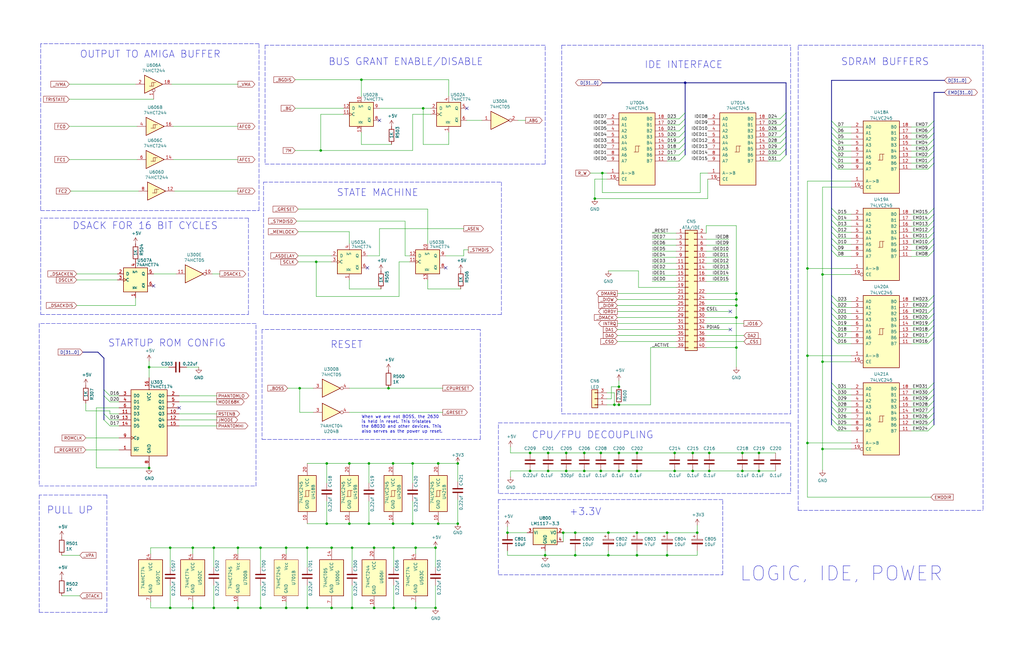
<source format=kicad_sch>
(kicad_sch (version 20211123) (generator eeschema)
  (paper "B")
  (title_block (title "Amiga N2630") (date "2022-05-20") (rev "1.1"))
  (junction (at 340.487 113.284))
  (junction (at 242.57 224.79))
  (junction (at 259.08 170.815))
  (junction (at 310.515 128.905))
  (junction (at 231.14 198.755))
  (junction (at 100.33 231.14))
  (junction (at 173.99 220.98))
  (junction (at 148.463 231.14))
  (junction (at 246.38 191.135))
  (junction (at 238.76 191.135))
  (junction (at 284.48 198.755))
  (junction (at 175.26 256.54))
  (junction (at 284.48 191.135))
  (junction (at 231.14 191.135))
  (junction (at 292.1 198.755))
  (junction (at 175.26 231.14))
  (junction (at 165.989 231.14))
  (junction (at 147.32 195.58))
  (junction (at 183.642 256.54))
  (junction (at 256.54 234.315))
  (junction (at 147.32 220.98))
  (junction (at 288.925 34.925))
  (junction (at 310.515 126.365))
  (junction (at 157.734 231.14))
  (junction (at 268.605 224.79))
  (junction (at 137.795 220.98))
  (junction (at 320.04 191.135))
  (junction (at 253.365 191.135))
  (junction (at 299.085 198.755))
  (junction (at 129.54 256.54))
  (junction (at 120.65 231.14))
  (junction (at 165.989 256.54))
  (junction (at 246.38 198.755))
  (junction (at 71.755 231.14))
  (junction (at 137.795 195.58))
  (junction (at 109.855 231.14))
  (junction (at 152.4 33.655))
  (junction (at 238.76 198.755))
  (junction (at 126.365 163.83))
  (junction (at 133.35 110.49))
  (junction (at 109.855 256.54))
  (junction (at 242.57 234.315))
  (junction (at 346.837 189.484))
  (junction (at 184.785 220.98))
  (junction (at 62.865 154.94))
  (junction (at 260.985 198.755))
  (junction (at 310.515 123.825))
  (junction (at 120.65 256.54))
  (junction (at 62.865 197.485))
  (junction (at 223.52 198.755))
  (junction (at 268.605 198.755))
  (junction (at 155.575 195.58))
  (junction (at 183.642 231.14))
  (junction (at 346.837 152.654))
  (junction (at 139.827 231.14))
  (junction (at 193.04 220.98))
  (junction (at 313.055 191.135))
  (junction (at 81.28 231.14))
  (junction (at 281.305 234.315))
  (junction (at 139.827 256.54))
  (junction (at 155.575 220.98))
  (junction (at 294.005 224.79))
  (junction (at 184.785 195.58))
  (junction (at 81.28 256.54))
  (junction (at 129.54 231.14))
  (junction (at 100.33 256.54))
  (junction (at 260.985 170.815))
  (junction (at 320.04 198.755))
  (junction (at 213.995 224.79))
  (junction (at 268.605 191.135))
  (junction (at 260.985 163.195))
  (junction (at 299.085 191.135))
  (junction (at 193.04 195.58))
  (junction (at 148.463 256.54))
  (junction (at 310.515 146.685))
  (junction (at 340.487 186.944))
  (junction (at 250.825 83.82))
  (junction (at 90.17 256.54))
  (junction (at 90.17 231.14))
  (junction (at 157.734 256.54))
  (junction (at 340.487 150.114))
  (junction (at 292.1 191.135))
  (junction (at 256.54 224.79))
  (junction (at 310.515 133.985))
  (junction (at 346.837 115.824))
  (junction (at 313.055 198.755))
  (junction (at 268.605 234.315))
  (junction (at 229.87 234.315))
  (junction (at 165.735 220.98))
  (junction (at 165.735 195.58))
  (junction (at 237.49 224.79))
  (junction (at 178.435 45.72))
  (junction (at 71.755 256.54))
  (junction (at 254 73.025))
  (junction (at 135.255 63.5))
  (junction (at 163.83 163.83))
  (junction (at 253.365 198.755))
  (junction (at 281.305 224.79))
  (junction (at 173.99 195.58))
  (junction (at 260.985 191.135))
  (junction (at 223.52 191.135))
  (no_connect (at 307.975 131.445))
  (no_connect (at 64.77 120.65))
  (no_connect (at 160.02 50.8))
  (no_connect (at 196.85 45.72))
  (no_connect (at 75.565 172.085))
  (no_connect (at 307.975 139.065))
  (no_connect (at 154.94 113.03))
  (no_connect (at 187.96 113.03))
  (bus_entry (at 353.187 139.954) (size -2.54 -2.54))
  (bus_entry (at 353.187 164.084) (size -2.54 -2.54))
  (bus_entry (at 391.287 145.034) (size 2.54 -2.54))
  (bus_entry (at 391.287 166.624) (size 2.54 -2.54))
  (bus_entry (at 353.187 137.414) (size -2.54 -2.54))
  (bus_entry (at 391.287 164.084) (size 2.54 -2.54))
  (bus_entry (at 391.287 71.374) (size 2.54 -2.54))
  (bus_entry (at 353.187 142.494) (size -2.54 -2.54))
  (bus_entry (at 353.187 53.594) (size -2.54 -2.54))
  (bus_entry (at 353.187 129.794) (size -2.54 -2.54))
  (bus_entry (at 391.287 95.504) (size 2.54 -2.54))
  (bus_entry (at 391.287 103.124) (size 2.54 -2.54))
  (bus_entry (at 391.287 63.754) (size 2.54 -2.54))
  (bus_entry (at 46.355 177.165) (size -2.54 -2.54))
  (bus_entry (at 391.287 169.164) (size 2.54 -2.54))
  (bus_entry (at 353.187 103.124) (size -2.54 -2.54))
  (bus_entry (at 391.287 98.044) (size 2.54 -2.54))
  (bus_entry (at 391.287 61.214) (size 2.54 -2.54))
  (bus_entry (at 391.287 127.254) (size 2.54 -2.54))
  (bus_entry (at 353.187 71.374) (size -2.54 -2.54))
  (bus_entry (at 353.187 169.164) (size -2.54 -2.54))
  (bus_entry (at 391.287 66.294) (size 2.54 -2.54))
  (bus_entry (at 353.187 100.584) (size -2.54 -2.54))
  (bus_entry (at 391.287 132.334) (size 2.54 -2.54))
  (bus_entry (at 328.93 50.165) (size 2.54 -2.54))
  (bus_entry (at 328.93 52.705) (size 2.54 -2.54))
  (bus_entry (at 328.93 55.245) (size 2.54 -2.54))
  (bus_entry (at 328.93 57.785) (size 2.54 -2.54))
  (bus_entry (at 328.93 60.325) (size 2.54 -2.54))
  (bus_entry (at 328.93 62.865) (size 2.54 -2.54))
  (bus_entry (at 328.93 67.945) (size 2.54 -2.54))
  (bus_entry (at 328.93 65.405) (size 2.54 -2.54))
  (bus_entry (at 46.355 169.545) (size -2.54 -2.54))
  (bus_entry (at 391.287 142.494) (size 2.54 -2.54))
  (bus_entry (at 391.287 53.594) (size 2.54 -2.54))
  (bus_entry (at 353.187 90.424) (size -2.54 -2.54))
  (bus_entry (at 353.187 166.624) (size -2.54 -2.54))
  (bus_entry (at 353.187 108.204) (size -2.54 -2.54))
  (bus_entry (at 391.287 68.834) (size 2.54 -2.54))
  (bus_entry (at 353.187 95.504) (size -2.54 -2.54))
  (bus_entry (at 391.287 105.664) (size 2.54 -2.54))
  (bus_entry (at 391.287 171.704) (size 2.54 -2.54))
  (bus_entry (at 353.187 132.334) (size -2.54 -2.54))
  (bus_entry (at 391.287 137.414) (size 2.54 -2.54))
  (bus_entry (at 286.385 50.165) (size 2.54 -2.54))
  (bus_entry (at 286.385 52.705) (size 2.54 -2.54))
  (bus_entry (at 286.385 55.245) (size 2.54 -2.54))
  (bus_entry (at 286.385 57.785) (size 2.54 -2.54))
  (bus_entry (at 286.385 60.325) (size 2.54 -2.54))
  (bus_entry (at 286.385 62.865) (size 2.54 -2.54))
  (bus_entry (at 286.385 65.405) (size 2.54 -2.54))
  (bus_entry (at 286.385 67.945) (size 2.54 -2.54))
  (bus_entry (at 353.187 61.214) (size -2.54 -2.54))
  (bus_entry (at 391.287 108.204) (size 2.54 -2.54))
  (bus_entry (at 353.187 145.034) (size -2.54 -2.54))
  (bus_entry (at 353.187 127.254) (size -2.54 -2.54))
  (bus_entry (at 353.187 63.754) (size -2.54 -2.54))
  (bus_entry (at 353.187 134.874) (size -2.54 -2.54))
  (bus_entry (at 391.287 58.674) (size 2.54 -2.54))
  (bus_entry (at 353.187 68.834) (size -2.54 -2.54))
  (bus_entry (at 391.287 174.244) (size 2.54 -2.54))
  (bus_entry (at 391.287 181.864) (size 2.54 -2.54))
  (bus_entry (at 391.287 179.324) (size 2.54 -2.54))
  (bus_entry (at 391.287 176.784) (size 2.54 -2.54))
  (bus_entry (at 391.287 90.424) (size 2.54 -2.54))
  (bus_entry (at 46.355 179.705) (size -2.54 -2.54))
  (bus_entry (at 353.187 92.964) (size -2.54 -2.54))
  (bus_entry (at 353.187 56.134) (size -2.54 -2.54))
  (bus_entry (at 353.187 181.864) (size -2.54 -2.54))
  (bus_entry (at 353.187 66.294) (size -2.54 -2.54))
  (bus_entry (at 353.187 179.324) (size -2.54 -2.54))
  (bus_entry (at 391.287 139.954) (size 2.54 -2.54))
  (bus_entry (at 353.187 174.244) (size -2.54 -2.54))
  (bus_entry (at 391.287 56.134) (size 2.54 -2.54))
  (bus_entry (at 353.187 98.044) (size -2.54 -2.54))
  (bus_entry (at 391.287 134.874) (size 2.54 -2.54))
  (bus_entry (at 353.187 105.664) (size -2.54 -2.54))
  (bus_entry (at 353.187 58.674) (size -2.54 -2.54))
  (bus_entry (at 353.187 171.704) (size -2.54 -2.54))
  (bus_entry (at 353.187 176.784) (size -2.54 -2.54))
  (bus_entry (at 391.287 100.584) (size 2.54 -2.54))
  (bus_entry (at 391.287 92.964) (size 2.54 -2.54))
  (bus_entry (at 391.287 129.794) (size 2.54 -2.54))
  (bus_entry (at 46.355 167.005) (size -2.54 -2.54))
  (wire (pts (xy 384.302 127.254) (xy 391.287 127.254)))
  (wire (pts (xy 148.463 256.54) (xy 157.734 256.54)))
  (wire (pts (xy 71.755 247.015) (xy 71.755 256.54)))
  (wire (pts (xy 147.32 220.98) (xy 155.575 220.98)))
  (polyline (pts (xy 229.87 19.05) (xy 111.76 19.05)))
  (wire (pts (xy 257.81 168.275) (xy 257.81 163.195)))
  (bus (pts (xy 43.815 167.005) (xy 43.815 174.625)))
  (wire (pts (xy 295.275 81.28) (xy 254 81.28)))
  (wire (pts (xy 165.989 231.14) (xy 175.26 231.14)))
  (wire (pts (xy 384.302 179.324) (xy 391.287 179.324)))
  (wire (pts (xy 260.985 163.195) (xy 260.985 160.655)))
  (wire (pts (xy 90.17 231.14) (xy 100.33 231.14)))
  (bus (pts (xy 350.647 124.714) (xy 350.647 105.664)))
  (bus (pts (xy 350.647 174.244) (xy 350.647 171.704)))
  (wire (pts (xy 353.187 164.084) (xy 358.902 164.084)))
  (wire (pts (xy 323.85 55.245) (xy 328.93 55.245)))
  (wire (pts (xy 183.642 239.395) (xy 183.642 231.14)))
  (wire (pts (xy 255.905 165.735) (xy 259.08 165.735)))
  (bus (pts (xy 393.827 127.254) (xy 393.827 124.714)))
  (polyline (pts (xy 229.87 69.215) (xy 229.87 19.05)))
  (wire (pts (xy 353.187 53.594) (xy 358.902 53.594)))
  (polyline (pts (xy 333.375 208.28) (xy 210.185 208.28)))
  (wire (pts (xy 297.815 118.745) (xy 307.34 118.745)))
  (wire (pts (xy 213.995 234.315) (xy 229.87 234.315)))
  (polyline (pts (xy 211.455 132.715) (xy 111.125 132.715)))
  (polyline (pts (xy 414.528 19.05) (xy 414.528 215.392)))
  (wire (pts (xy 353.187 71.374) (xy 358.902 71.374)))
  (wire (pts (xy 248.92 73.025) (xy 254 73.025)))
  (wire (pts (xy 175.26 231.14) (xy 175.26 233.68)))
  (wire (pts (xy 298.45 73.025) (xy 295.275 73.025)))
  (polyline (pts (xy 336.55 215.392) (xy 414.528 215.392)))
  (wire (pts (xy 237.49 228.6) (xy 237.49 224.79)))
  (wire (pts (xy 129.54 231.14) (xy 129.54 239.395)))
  (wire (pts (xy 384.302 166.624) (xy 391.287 166.624)))
  (polyline (pts (xy 336.55 19.05) (xy 414.528 19.05)))
  (bus (pts (xy 393.827 161.544) (xy 393.827 142.494)))
  (wire (pts (xy 189.23 60.96) (xy 189.23 55.88)))
  (wire (pts (xy 297.815 133.985) (xy 310.515 133.985)))
  (bus (pts (xy 393.827 169.164) (xy 393.827 166.624)))
  (wire (pts (xy 260.985 198.755) (xy 253.365 198.755)))
  (wire (pts (xy 129.54 220.98) (xy 137.795 220.98)))
  (bus (pts (xy 393.827 105.664) (xy 393.827 103.124)))
  (wire (pts (xy 165.989 247.015) (xy 165.989 256.54)))
  (wire (pts (xy 73.66 80.645) (xy 100.33 80.645)))
  (bus (pts (xy 393.827 56.134) (xy 393.827 53.594)))
  (wire (pts (xy 238.76 191.135) (xy 231.14 191.135)))
  (bus (pts (xy 350.647 98.044) (xy 350.647 95.504)))
  (polyline (pts (xy 45.085 208.915) (xy 16.51 208.915)))
  (wire (pts (xy 346.837 115.824) (xy 358.902 115.824)))
  (bus (pts (xy 393.827 132.334) (xy 393.827 129.794)))
  (bus (pts (xy 393.827 95.504) (xy 393.827 92.964)))
  (wire (pts (xy 137.795 220.98) (xy 147.32 220.98)))
  (wire (pts (xy 126.365 163.83) (xy 126.365 173.99)))
  (wire (pts (xy 148.463 231.14) (xy 157.734 231.14)))
  (wire (pts (xy 157.734 256.54) (xy 165.989 256.54)))
  (wire (pts (xy 323.85 50.165) (xy 328.93 50.165)))
  (wire (pts (xy 294.005 232.41) (xy 294.005 234.315)))
  (wire (pts (xy 346.837 115.824) (xy 346.837 152.654)))
  (wire (pts (xy 310.515 133.985) (xy 310.515 146.685)))
  (wire (pts (xy 63.5 256.54) (xy 63.5 254)))
  (bus (pts (xy 350.647 179.324) (xy 350.647 176.784)))
  (bus (pts (xy 288.925 60.325) (xy 288.925 57.785)))
  (wire (pts (xy 75.565 177.165) (xy 91.44 177.165)))
  (wire (pts (xy 274.32 146.685) (xy 274.32 170.815)))
  (wire (pts (xy 384.302 95.504) (xy 391.287 95.504)))
  (polyline (pts (xy 202.565 185.42) (xy 202.565 139.065)))
  (wire (pts (xy 292.1 198.755) (xy 299.085 198.755)))
  (wire (pts (xy 260.35 131.445) (xy 285.115 131.445)))
  (wire (pts (xy 353.187 103.124) (xy 358.902 103.124)))
  (wire (pts (xy 129.54 256.54) (xy 139.827 256.54)))
  (bus (pts (xy 350.647 105.664) (xy 350.647 103.124)))
  (bus (pts (xy 393.827 176.784) (xy 393.827 174.244)))
  (wire (pts (xy 33.655 234.315) (xy 26.035 234.315)))
  (wire (pts (xy 269.24 121.285) (xy 285.115 121.285)))
  (wire (pts (xy 90.17 231.14) (xy 90.17 239.395)))
  (wire (pts (xy 353.187 58.674) (xy 358.902 58.674)))
  (polyline (pts (xy 236.855 174.625) (xy 333.375 174.625)))
  (polyline (pts (xy 210.185 208.28) (xy 210.185 178.435)))
  (bus (pts (xy 331.47 55.245) (xy 331.47 52.705)))
  (wire (pts (xy 147.32 102.87) (xy 147.32 97.79)))
  (wire (pts (xy 218.44 50.8) (xy 221.615 50.8)))
  (wire (pts (xy 353.187 68.834) (xy 358.902 68.834)))
  (polyline (pts (xy 236.855 19.05) (xy 333.375 19.05)))
  (wire (pts (xy 137.795 195.58) (xy 129.54 195.58)))
  (bus (pts (xy 350.647 166.624) (xy 350.647 164.084)))
  (bus (pts (xy 393.827 51.054) (xy 393.827 38.989)))
  (wire (pts (xy 193.04 195.58) (xy 184.785 195.58)))
  (wire (pts (xy 147.32 118.11) (xy 147.32 121.92)))
  (wire (pts (xy 384.302 66.294) (xy 391.287 66.294)))
  (wire (pts (xy 193.04 220.98) (xy 193.04 210.82)))
  (wire (pts (xy 152.4 55.88) (xy 152.4 60.96)))
  (wire (pts (xy 346.837 78.994) (xy 346.837 115.824)))
  (bus (pts (xy 350.647 103.124) (xy 350.647 100.584)))
  (wire (pts (xy 384.302 181.864) (xy 391.287 181.864)))
  (wire (pts (xy 297.815 131.445) (xy 307.975 131.445)))
  (wire (pts (xy 109.855 247.015) (xy 109.855 256.54)))
  (wire (pts (xy 297.815 144.145) (xy 313.69 144.145)))
  (wire (pts (xy 297.815 113.665) (xy 307.34 113.665)))
  (wire (pts (xy 353.187 179.324) (xy 358.902 179.324)))
  (wire (pts (xy 170.815 93.345) (xy 170.815 107.95)))
  (wire (pts (xy 71.755 256.54) (xy 63.5 256.54)))
  (wire (pts (xy 274.955 106.045) (xy 285.115 106.045)))
  (wire (pts (xy 178.435 60.96) (xy 189.23 60.96)))
  (wire (pts (xy 384.302 134.874) (xy 391.287 134.874)))
  (wire (pts (xy 268.605 191.135) (xy 284.48 191.135)))
  (wire (pts (xy 254 73.025) (xy 255.905 73.025)))
  (wire (pts (xy 187.96 107.95) (xy 195.58 107.95)))
  (wire (pts (xy 46.355 173.355) (xy 36.195 173.355)))
  (wire (pts (xy 64.77 41.91) (xy 29.21 41.91)))
  (wire (pts (xy 281.305 234.315) (xy 268.605 234.315)))
  (wire (pts (xy 195.58 96.52) (xy 160.02 96.52)))
  (wire (pts (xy 154.94 107.95) (xy 160.02 107.95)))
  (wire (pts (xy 147.32 173.99) (xy 186.69 173.99)))
  (wire (pts (xy 100.33 231.14) (xy 109.855 231.14)))
  (wire (pts (xy 135.255 48.26) (xy 135.255 63.5)))
  (wire (pts (xy 340.487 113.284) (xy 340.487 150.114)))
  (wire (pts (xy 139.7 110.49) (xy 133.35 110.49)))
  (wire (pts (xy 173.99 195.58) (xy 173.99 203.835)))
  (bus (pts (xy 393.827 179.324) (xy 393.827 176.784)))
  (wire (pts (xy 223.52 191.135) (xy 215.265 191.135)))
  (wire (pts (xy 62.865 152.4) (xy 62.865 154.94)))
  (wire (pts (xy 173.99 211.455) (xy 173.99 220.98)))
  (wire (pts (xy 255.905 168.275) (xy 257.81 168.275)))
  (wire (pts (xy 81.28 254) (xy 81.28 256.54)))
  (wire (pts (xy 155.575 195.58) (xy 155.575 203.835)))
  (wire (pts (xy 139.827 231.14) (xy 148.463 231.14)))
  (bus (pts (xy 350.647 139.954) (xy 350.647 137.414)))
  (wire (pts (xy 237.49 224.79) (xy 242.57 224.79)))
  (bus (pts (xy 350.647 142.494) (xy 350.647 139.954)))
  (wire (pts (xy 320.04 191.135) (xy 313.055 191.135)))
  (wire (pts (xy 269.24 114.3) (xy 269.24 121.285)))
  (bus (pts (xy 350.647 95.504) (xy 350.647 92.964)))
  (polyline (pts (xy 109.22 88.9) (xy 109.22 18.415)))
  (wire (pts (xy 255.905 170.815) (xy 259.08 170.815)))
  (bus (pts (xy 350.647 129.794) (xy 350.647 127.254)))
  (bus (pts (xy 288.925 50.165) (xy 288.925 47.625)))
  (wire (pts (xy 353.187 134.874) (xy 358.902 134.874)))
  (wire (pts (xy 215.265 198.755) (xy 215.265 201.295)))
  (wire (pts (xy 135.255 63.5) (xy 124.46 63.5)))
  (wire (pts (xy 57.15 128.905) (xy 32.385 128.905)))
  (bus (pts (xy 43.815 151.13) (xy 43.815 164.465)))
  (polyline (pts (xy 236.855 19.05) (xy 236.855 174.625)))
  (wire (pts (xy 152.4 40.64) (xy 152.4 33.655)))
  (wire (pts (xy 268.605 198.755) (xy 284.48 198.755)))
  (wire (pts (xy 147.32 97.79) (xy 125.73 97.79)))
  (wire (pts (xy 384.302 108.204) (xy 391.287 108.204)))
  (wire (pts (xy 281.305 224.79) (xy 294.005 224.79)))
  (bus (pts (xy 393.827 124.714) (xy 393.827 105.664)))
  (wire (pts (xy 297.815 103.505) (xy 307.34 103.505)))
  (wire (pts (xy 173.99 195.58) (xy 165.735 195.58)))
  (wire (pts (xy 384.302 169.164) (xy 391.287 169.164)))
  (wire (pts (xy 173.99 220.98) (xy 184.785 220.98)))
  (wire (pts (xy 384.302 171.704) (xy 391.287 171.704)))
  (wire (pts (xy 346.837 152.654) (xy 358.902 152.654)))
  (wire (pts (xy 297.815 108.585) (xy 307.34 108.585)))
  (wire (pts (xy 353.187 63.754) (xy 358.902 63.754)))
  (wire (pts (xy 284.48 198.755) (xy 292.1 198.755)))
  (wire (pts (xy 229.87 232.41) (xy 229.87 234.315)))
  (wire (pts (xy 81.28 256.54) (xy 90.17 256.54)))
  (wire (pts (xy 297.815 136.525) (xy 313.69 136.525)))
  (wire (pts (xy 281.305 62.865) (xy 286.385 62.865)))
  (wire (pts (xy 340.487 76.454) (xy 340.487 113.284)))
  (wire (pts (xy 148.463 247.015) (xy 148.463 256.54)))
  (wire (pts (xy 340.487 150.114) (xy 358.902 150.114)))
  (wire (pts (xy 50.165 167.005) (xy 46.355 167.005)))
  (wire (pts (xy 50.165 174.625) (xy 46.355 174.625)))
  (bus (pts (xy 393.827 87.884) (xy 393.827 68.834)))
  (bus (pts (xy 288.925 65.405) (xy 288.925 62.865)))
  (wire (pts (xy 297.815 98.425) (xy 297.815 95.25)))
  (wire (pts (xy 384.302 174.244) (xy 391.287 174.244)))
  (wire (pts (xy 64.77 115.57) (xy 74.295 115.57)))
  (wire (pts (xy 72.39 35.56) (xy 100.33 35.56)))
  (wire (pts (xy 384.302 137.414) (xy 391.287 137.414)))
  (wire (pts (xy 178.435 45.72) (xy 178.435 60.96)))
  (wire (pts (xy 180.34 118.11) (xy 180.34 121.92)))
  (bus (pts (xy 331.47 52.705) (xy 331.47 50.165)))
  (wire (pts (xy 297.815 111.125) (xy 307.34 111.125)))
  (wire (pts (xy 165.735 195.58) (xy 155.575 195.58)))
  (wire (pts (xy 213.995 232.41) (xy 213.995 234.315)))
  (wire (pts (xy 384.302 139.954) (xy 391.287 139.954)))
  (bus (pts (xy 350.647 53.594) (xy 350.647 51.054)))
  (wire (pts (xy 100.33 256.54) (xy 109.855 256.54)))
  (wire (pts (xy 139.827 256.54) (xy 148.463 256.54)))
  (wire (pts (xy 180.34 121.92) (xy 194.31 121.92)))
  (wire (pts (xy 196.85 50.8) (xy 203.2 50.8)))
  (wire (pts (xy 281.305 55.245) (xy 286.385 55.245)))
  (wire (pts (xy 268.605 191.135) (xy 260.985 191.135)))
  (wire (pts (xy 63.5 231.14) (xy 63.5 233.68)))
  (wire (pts (xy 172.72 107.95) (xy 170.815 107.95)))
  (bus (pts (xy 393.827 100.584) (xy 393.827 98.044)))
  (wire (pts (xy 223.52 198.755) (xy 231.14 198.755)))
  (polyline (pts (xy 202.565 139.065) (xy 110.49 139.065)))
  (wire (pts (xy 75.565 167.005) (xy 91.44 167.005)))
  (wire (pts (xy 62.865 154.94) (xy 71.12 154.94)))
  (wire (pts (xy 353.187 174.244) (xy 358.902 174.244)))
  (polyline (pts (xy 110.49 139.065) (xy 110.49 185.42)))
  (wire (pts (xy 75.565 179.705) (xy 91.44 179.705)))
  (wire (pts (xy 259.08 170.815) (xy 260.985 170.815)))
  (bus (pts (xy 350.647 100.584) (xy 350.647 98.044)))
  (polyline (pts (xy 304.8 242.57) (xy 304.8 210.82)))
  (wire (pts (xy 50.165 172.085) (xy 40.64 172.085)))
  (wire (pts (xy 274.955 118.745) (xy 285.115 118.745)))
  (wire (pts (xy 58.42 80.645) (xy 29.845 80.645)))
  (wire (pts (xy 310.515 123.825) (xy 310.515 126.365)))
  (wire (pts (xy 313.055 198.755) (xy 320.04 198.755)))
  (polyline (pts (xy 17.145 132.715) (xy 104.775 132.715)))
  (wire (pts (xy 165.989 239.395) (xy 165.989 231.14)))
  (bus (pts (xy 41.275 148.59) (xy 43.815 151.13)))
  (polyline (pts (xy 111.76 69.215) (xy 229.87 69.215)))
  (wire (pts (xy 274.955 111.125) (xy 285.115 111.125)))
  (wire (pts (xy 274.32 146.685) (xy 285.115 146.685)))
  (wire (pts (xy 57.15 125.73) (xy 57.15 128.905)))
  (wire (pts (xy 384.302 145.034) (xy 391.287 145.034)))
  (bus (pts (xy 393.827 142.494) (xy 393.827 139.954)))
  (wire (pts (xy 256.54 114.3) (xy 269.24 114.3)))
  (wire (pts (xy 50.165 179.705) (xy 46.355 179.705)))
  (wire (pts (xy 242.57 224.79) (xy 256.54 224.79)))
  (bus (pts (xy 393.827 53.594) (xy 393.827 51.054)))
  (wire (pts (xy 120.65 254) (xy 120.65 256.54)))
  (polyline (pts (xy 333.375 178.435) (xy 333.375 208.28)))
  (wire (pts (xy 133.35 110.49) (xy 125.73 110.49)))
  (wire (pts (xy 256.54 232.41) (xy 256.54 234.315)))
  (polyline (pts (xy 211.455 76.835) (xy 211.455 132.715)))
  (polyline (pts (xy 16.51 136.525) (xy 16.51 205.105)))
  (polyline (pts (xy 110.49 185.42) (xy 202.565 185.42)))
  (wire (pts (xy 358.902 78.994) (xy 346.837 78.994)))
  (wire (pts (xy 173.99 48.26) (xy 173.99 63.5)))
  (polyline (pts (xy 107.95 205.105) (xy 107.95 136.525)))
  (wire (pts (xy 90.17 247.015) (xy 90.17 256.54)))
  (wire (pts (xy 384.302 129.794) (xy 391.287 129.794)))
  (wire (pts (xy 75.565 169.545) (xy 91.44 169.545)))
  (wire (pts (xy 353.187 100.584) (xy 358.902 100.584)))
  (wire (pts (xy 189.23 40.64) (xy 189.23 33.655)))
  (wire (pts (xy 152.4 33.655) (xy 124.46 33.655)))
  (wire (pts (xy 231.14 198.755) (xy 238.76 198.755)))
  (wire (pts (xy 260.35 141.605) (xy 285.115 141.605)))
  (wire (pts (xy 353.187 98.044) (xy 358.902 98.044)))
  (wire (pts (xy 384.302 71.374) (xy 391.287 71.374)))
  (wire (pts (xy 183.642 256.54) (xy 183.642 247.015)))
  (wire (pts (xy 62.865 154.94) (xy 62.865 159.385)))
  (wire (pts (xy 274.955 113.665) (xy 285.115 113.665)))
  (bus (pts (xy 350.647 164.084) (xy 350.647 161.544)))
  (polyline (pts (xy 17.145 88.9) (xy 109.22 88.9)))
  (wire (pts (xy 353.187 127.254) (xy 358.902 127.254)))
  (wire (pts (xy 168.275 125.095) (xy 133.35 125.095)))
  (wire (pts (xy 323.85 67.945) (xy 328.93 67.945)))
  (wire (pts (xy 181.61 48.26) (xy 173.99 48.26)))
  (wire (pts (xy 353.187 108.204) (xy 358.902 108.204)))
  (wire (pts (xy 294.005 224.79) (xy 294.005 221.615)))
  (wire (pts (xy 257.81 163.195) (xy 260.985 163.195)))
  (wire (pts (xy 274.955 98.425) (xy 285.115 98.425)))
  (wire (pts (xy 183.642 231.14) (xy 175.26 231.14)))
  (wire (pts (xy 49.53 115.57) (xy 32.385 115.57)))
  (bus (pts (xy 350.647 132.334) (xy 350.647 129.794)))
  (polyline (pts (xy 104.775 132.715) (xy 104.775 92.075)))
  (wire (pts (xy 81.28 231.14) (xy 81.28 233.68)))
  (wire (pts (xy 139.7 107.95) (xy 125.73 107.95)))
  (bus (pts (xy 393.827 68.834) (xy 393.827 66.294)))
  (wire (pts (xy 256.54 224.79) (xy 268.605 224.79)))
  (wire (pts (xy 340.487 186.944) (xy 358.902 186.944)))
  (polyline (pts (xy 111.125 76.835) (xy 211.455 76.835)))
  (wire (pts (xy 274.955 103.505) (xy 285.115 103.505)))
  (wire (pts (xy 173.99 63.5) (xy 135.255 63.5)))
  (wire (pts (xy 250.825 83.82) (xy 298.45 83.82)))
  (polyline (pts (xy 16.51 258.445) (xy 45.085 258.445)))
  (wire (pts (xy 358.902 76.454) (xy 340.487 76.454)))
  (wire (pts (xy 256.54 234.315) (xy 268.605 234.315)))
  (wire (pts (xy 137.795 211.455) (xy 137.795 220.98)))
  (wire (pts (xy 274.955 108.585) (xy 285.115 108.585)))
  (wire (pts (xy 75.565 174.625) (xy 91.44 174.625)))
  (wire (pts (xy 178.435 45.72) (xy 181.61 45.72)))
  (wire (pts (xy 323.85 57.785) (xy 328.93 57.785)))
  (wire (pts (xy 353.187 137.414) (xy 358.902 137.414)))
  (bus (pts (xy 288.925 55.245) (xy 288.925 52.705)))
  (bus (pts (xy 393.827 129.794) (xy 393.827 127.254)))
  (bus (pts (xy 393.827 164.084) (xy 393.827 161.544)))
  (wire (pts (xy 165.735 220.98) (xy 173.99 220.98)))
  (wire (pts (xy 184.785 220.98) (xy 193.04 220.98)))
  (wire (pts (xy 229.87 234.315) (xy 242.57 234.315)))
  (wire (pts (xy 163.83 163.83) (xy 186.69 163.83)))
  (wire (pts (xy 281.305 57.785) (xy 286.385 57.785)))
  (wire (pts (xy 274.955 100.965) (xy 285.115 100.965)))
  (wire (pts (xy 57.785 53.34) (xy 29.21 53.34)))
  (wire (pts (xy 50.165 184.785) (xy 36.195 184.785)))
  (bus (pts (xy 393.827 61.214) (xy 393.827 58.674)))
  (bus (pts (xy 393.827 63.754) (xy 393.827 61.214)))
  (wire (pts (xy 57.15 35.56) (xy 29.21 35.56)))
  (bus (pts (xy 393.827 139.954) (xy 393.827 137.414)))
  (polyline (pts (xy 104.775 92.075) (xy 17.145 92.075)))
  (wire (pts (xy 160.02 96.52) (xy 160.02 107.95)))
  (wire (pts (xy 384.302 100.584) (xy 391.287 100.584)))
  (bus (pts (xy 288.925 34.925) (xy 331.47 34.925)))
  (wire (pts (xy 353.187 139.954) (xy 358.902 139.954)))
  (wire (pts (xy 253.365 191.135) (xy 246.38 191.135)))
  (wire (pts (xy 260.35 126.365) (xy 285.115 126.365)))
  (wire (pts (xy 129.54 231.14) (xy 139.827 231.14)))
  (wire (pts (xy 310.515 126.365) (xy 310.515 128.905)))
  (bus (pts (xy 331.47 50.165) (xy 331.47 47.625)))
  (wire (pts (xy 353.187 95.504) (xy 358.902 95.504)))
  (polyline (pts (xy 16.51 205.105) (xy 107.95 205.105)))
  (bus (pts (xy 350.647 127.254) (xy 350.647 124.714)))
  (wire (pts (xy 57.785 67.31) (xy 29.21 67.31)))
  (wire (pts (xy 81.28 231.14) (xy 71.755 231.14)))
  (bus (pts (xy 350.647 87.884) (xy 350.647 68.834)))
  (wire (pts (xy 297.815 126.365) (xy 310.515 126.365)))
  (bus (pts (xy 393.827 137.414) (xy 393.827 134.874)))
  (wire (pts (xy 184.785 195.58) (xy 173.99 195.58)))
  (wire (pts (xy 353.187 56.134) (xy 358.902 56.134)))
  (wire (pts (xy 238.76 198.755) (xy 246.38 198.755)))
  (wire (pts (xy 294.005 234.315) (xy 281.305 234.315)))
  (wire (pts (xy 109.855 231.14) (xy 109.855 239.395)))
  (wire (pts (xy 73.025 67.31) (xy 100.33 67.31)))
  (wire (pts (xy 36.195 173.355) (xy 36.195 170.18)))
  (wire (pts (xy 172.72 110.49) (xy 168.275 110.49)))
  (wire (pts (xy 353.187 142.494) (xy 358.902 142.494)))
  (bus (pts (xy 288.925 57.785) (xy 288.925 55.245)))
  (wire (pts (xy 297.815 146.685) (xy 310.515 146.685)))
  (polyline (pts (xy 210.185 242.57) (xy 304.8 242.57)))
  (polyline (pts (xy 210.185 178.435) (xy 333.375 178.435)))
  (wire (pts (xy 165.989 256.54) (xy 175.26 256.54)))
  (wire (pts (xy 353.187 169.164) (xy 358.902 169.164)))
  (bus (pts (xy 288.925 47.625) (xy 288.925 34.925)))
  (wire (pts (xy 353.187 176.784) (xy 358.902 176.784)))
  (wire (pts (xy 89.535 115.57) (xy 92.71 115.57)))
  (wire (pts (xy 147.32 163.83) (xy 163.83 163.83)))
  (bus (pts (xy 393.827 90.424) (xy 393.827 87.884)))
  (wire (pts (xy 353.187 171.704) (xy 358.902 171.704)))
  (bus (pts (xy 34.925 148.59) (xy 41.275 148.59)))
  (wire (pts (xy 120.65 231.14) (xy 129.54 231.14)))
  (wire (pts (xy 297.815 106.045) (xy 307.34 106.045)))
  (wire (pts (xy 49.53 118.11) (xy 32.385 118.11)))
  (wire (pts (xy 384.302 98.044) (xy 391.287 98.044)))
  (wire (pts (xy 292.1 191.135) (xy 299.085 191.135)))
  (bus (pts (xy 350.647 66.294) (xy 350.647 63.754)))
  (wire (pts (xy 152.4 60.96) (xy 165.1 60.96)))
  (wire (pts (xy 90.17 231.14) (xy 81.28 231.14)))
  (wire (pts (xy 250.825 75.565) (xy 250.825 83.82)))
  (wire (pts (xy 384.302 63.754) (xy 391.287 63.754)))
  (wire (pts (xy 120.65 231.14) (xy 120.65 233.68)))
  (bus (pts (xy 393.827 58.674) (xy 393.827 56.134)))
  (wire (pts (xy 175.26 256.54) (xy 183.642 256.54)))
  (wire (pts (xy 297.815 95.25) (xy 310.515 95.25)))
  (wire (pts (xy 144.78 45.72) (xy 124.46 45.72)))
  (wire (pts (xy 260.35 133.985) (xy 285.115 133.985)))
  (wire (pts (xy 120.65 256.54) (xy 129.54 256.54)))
  (wire (pts (xy 133.35 125.095) (xy 133.35 110.49)))
  (wire (pts (xy 268.605 198.755) (xy 260.985 198.755)))
  (wire (pts (xy 71.755 231.14) (xy 71.755 239.395)))
  (wire (pts (xy 260.35 136.525) (xy 285.115 136.525)))
  (polyline (pts (xy 304.8 210.82) (xy 210.185 210.82)))
  (wire (pts (xy 246.38 191.135) (xy 238.76 191.135)))
  (bus (pts (xy 331.47 62.865) (xy 331.47 60.325)))
  (wire (pts (xy 323.85 65.405) (xy 328.93 65.405)))
  (bus (pts (xy 350.647 161.544) (xy 350.647 142.494)))
  (wire (pts (xy 168.275 110.49) (xy 168.275 125.095)))
  (polyline (pts (xy 17.145 92.71) (xy 17.145 132.715)))
  (wire (pts (xy 223.52 198.755) (xy 215.265 198.755)))
  (wire (pts (xy 50.165 169.545) (xy 46.355 169.545)))
  (bus (pts (xy 393.827 166.624) (xy 393.827 164.084)))
  (wire (pts (xy 323.85 62.865) (xy 328.93 62.865)))
  (wire (pts (xy 126.365 163.83) (xy 121.285 163.83)))
  (wire (pts (xy 260.35 139.065) (xy 285.115 139.065)))
  (wire (pts (xy 268.605 234.315) (xy 268.605 232.41)))
  (polyline (pts (xy 107.95 136.525) (xy 16.51 136.525)))
  (wire (pts (xy 260.985 191.135) (xy 253.365 191.135)))
  (wire (pts (xy 193.04 203.2) (xy 193.04 195.58)))
  (wire (pts (xy 147.32 195.58) (xy 137.795 195.58)))
  (wire (pts (xy 353.187 61.214) (xy 358.902 61.214)))
  (wire (pts (xy 180.34 102.87) (xy 180.34 88.265)))
  (wire (pts (xy 353.187 129.794) (xy 358.902 129.794)))
  (wire (pts (xy 353.187 181.864) (xy 358.902 181.864)))
  (wire (pts (xy 281.305 232.41) (xy 281.305 234.315)))
  (bus (pts (xy 393.827 103.124) (xy 393.827 100.584)))
  (wire (pts (xy 353.187 92.964) (xy 358.902 92.964)))
  (wire (pts (xy 297.815 141.605) (xy 313.69 141.605)))
  (polyline (pts (xy 109.22 18.415) (xy 17.145 18.415)))
  (polyline (pts (xy 336.55 215.392) (xy 336.55 19.05)))
  (wire (pts (xy 242.57 234.315) (xy 242.57 232.41)))
  (bus (pts (xy 350.647 51.054) (xy 350.647 33.909)))
  (wire (pts (xy 281.305 60.325) (xy 286.385 60.325)))
  (wire (pts (xy 33.655 251.46) (xy 26.035 251.46)))
  (wire (pts (xy 297.815 100.965) (xy 307.34 100.965)))
  (wire (pts (xy 195.58 105.41) (xy 195.58 107.95)))
  (wire (pts (xy 81.28 256.54) (xy 71.755 256.54)))
  (wire (pts (xy 213.995 224.79) (xy 213.995 222.25)))
  (wire (pts (xy 148.463 239.395) (xy 148.463 231.14)))
  (bus (pts (xy 288.925 52.705) (xy 288.925 50.165)))
  (wire (pts (xy 353.187 90.424) (xy 358.902 90.424)))
  (bus (pts (xy 393.827 134.874) (xy 393.827 132.334)))
  (wire (pts (xy 73.025 53.34) (xy 100.33 53.34)))
  (wire (pts (xy 384.302 68.834) (xy 391.287 68.834)))
  (bus (pts (xy 350.647 90.424) (xy 350.647 87.884)))
  (wire (pts (xy 50.165 177.165) (xy 46.355 177.165)))
  (bus (pts (xy 331.47 60.325) (xy 331.47 57.785)))
  (wire (pts (xy 281.305 50.165) (xy 286.385 50.165)))
  (wire (pts (xy 384.302 176.784) (xy 391.287 176.784)))
  (wire (pts (xy 231.14 191.135) (xy 223.52 191.135)))
  (wire (pts (xy 384.302 56.134) (xy 391.287 56.134)))
  (wire (pts (xy 155.575 211.455) (xy 155.575 220.98)))
  (wire (pts (xy 50.165 189.865) (xy 36.195 189.865)))
  (wire (pts (xy 260.985 170.815) (xy 274.32 170.815)))
  (wire (pts (xy 125.095 93.345) (xy 170.815 93.345)))
  (wire (pts (xy 384.302 103.124) (xy 391.287 103.124)))
  (wire (pts (xy 242.57 234.315) (xy 256.54 234.315)))
  (wire (pts (xy 353.187 66.294) (xy 358.902 66.294)))
  (wire (pts (xy 100.33 231.14) (xy 100.33 233.68)))
  (wire (pts (xy 180.34 88.265) (xy 125.73 88.265)))
  (wire (pts (xy 340.487 209.804) (xy 392.557 209.804)))
  (wire (pts (xy 129.54 247.015) (xy 129.54 256.54)))
  (wire (pts (xy 144.78 48.26) (xy 135.255 48.26)))
  (wire (pts (xy 384.302 58.674) (xy 391.287 58.674)))
  (bus (pts (xy 393.827 171.704) (xy 393.827 169.164)))
  (polyline (pts (xy 111.125 132.715) (xy 111.125 76.835)))
  (wire (pts (xy 260.35 128.905) (xy 285.115 128.905)))
  (wire (pts (xy 246.38 198.755) (xy 253.365 198.755)))
  (wire (pts (xy 222.25 224.79) (xy 213.995 224.79)))
  (bus (pts (xy 393.827 174.244) (xy 393.827 171.704)))
  (bus (pts (xy 393.827 98.044) (xy 393.827 95.504)))
  (polyline (pts (xy 45.085 258.445) (xy 45.085 208.915)))
  (wire (pts (xy 260.35 123.825) (xy 285.115 123.825)))
  (wire (pts (xy 295.275 73.025) (xy 295.275 81.28)))
  (wire (pts (xy 384.302 61.214) (xy 391.287 61.214)))
  (wire (pts (xy 310.515 146.685) (xy 310.515 154.94)))
  (wire (pts (xy 40.64 172.085) (xy 40.64 197.485)))
  (bus (pts (xy 350.647 176.784) (xy 350.647 174.244)))
  (bus (pts (xy 350.647 58.674) (xy 350.647 56.134)))
  (wire (pts (xy 46.355 174.625) (xy 46.355 173.355)))
  (bus (pts (xy 393.827 38.989) (xy 398.272 38.989)))
  (wire (pts (xy 175.26 254) (xy 175.26 256.54)))
  (polyline (pts (xy 333.375 174.625) (xy 333.375 19.05)))
  (polyline (pts (xy 111.76 19.05) (xy 111.76 69.215)))
  (wire (pts (xy 274.955 116.205) (xy 285.115 116.205)))
  (wire (pts (xy 297.815 123.825) (xy 310.515 123.825)))
  (wire (pts (xy 281.305 67.945) (xy 286.385 67.945)))
  (wire (pts (xy 284.48 191.135) (xy 292.1 191.135)))
  (wire (pts (xy 340.487 186.944) (xy 340.487 209.804)))
  (wire (pts (xy 132.08 173.99) (xy 126.365 173.99)))
  (wire (pts (xy 155.575 195.58) (xy 147.32 195.58)))
  (wire (pts (xy 100.33 254) (xy 100.33 256.54)))
  (wire (pts (xy 346.837 152.654) (xy 346.837 189.484)))
  (bus (pts (xy 43.815 174.625) (xy 43.815 177.165)))
  (bus (pts (xy 331.47 47.625) (xy 331.47 34.925)))
  (wire (pts (xy 189.23 33.655) (xy 152.4 33.655)))
  (wire (pts (xy 353.187 166.624) (xy 358.902 166.624)))
  (bus (pts (xy 43.815 164.465) (xy 43.815 167.005)))
  (wire (pts (xy 132.08 163.83) (xy 126.365 163.83)))
  (wire (pts (xy 281.305 65.405) (xy 286.385 65.405)))
  (bus (pts (xy 288.925 34.925) (xy 254 34.925)))
  (wire (pts (xy 109.855 256.54) (xy 120.65 256.54)))
  (wire (pts (xy 353.187 132.334) (xy 358.902 132.334)))
  (wire (pts (xy 353.187 105.664) (xy 358.902 105.664)))
  (wire (pts (xy 62.865 197.485) (xy 40.64 197.485)))
  (wire (pts (xy 147.32 121.92) (xy 160.655 121.92)))
  (bus (pts (xy 350.647 169.164) (xy 350.647 166.624)))
  (wire (pts (xy 78.74 154.94) (xy 83.82 154.94)))
  (wire (pts (xy 137.795 195.58) (xy 137.795 203.835)))
  (wire (pts (xy 297.815 116.205) (xy 307.34 116.205)))
  (wire (pts (xy 259.08 165.735) (xy 259.08 170.815)))
  (wire (pts (xy 260.35 144.145) (xy 285.115 144.145)))
  (bus (pts (xy 393.827 66.294) (xy 393.827 63.754)))
  (wire (pts (xy 109.855 231.14) (xy 120.65 231.14)))
  (bus (pts (xy 350.647 134.874) (xy 350.647 132.334)))
  (wire (pts (xy 197.485 105.41) (xy 195.58 105.41)))
  (wire (pts (xy 384.302 53.594) (xy 391.287 53.594)))
  (wire (pts (xy 340.487 113.284) (xy 358.902 113.284)))
  (wire (pts (xy 250.825 75.565) (xy 255.905 75.565)))
  (wire (pts (xy 346.837 189.484) (xy 358.902 189.484)))
  (bus (pts (xy 350.647 33.909) (xy 398.272 33.909)))
  (bus (pts (xy 350.647 137.414) (xy 350.647 134.874)))
  (wire (pts (xy 320.04 198.755) (xy 327.025 198.755)))
  (wire (pts (xy 71.755 231.14) (xy 63.5 231.14)))
  (bus (pts (xy 350.647 63.754) (xy 350.647 61.214)))
  (polyline (pts (xy 17.145 18.415) (xy 17.145 88.9)))
  (wire (pts (xy 384.302 142.494) (xy 391.287 142.494)))
  (bus (pts (xy 331.47 65.405) (xy 331.47 62.865)))
  (bus (pts (xy 350.647 68.834) (xy 350.647 66.294)))
  (wire (pts (xy 215.265 191.135) (xy 215.265 188.595)))
  (bus (pts (xy 350.647 61.214) (xy 350.647 58.674)))
  (wire (pts (xy 323.85 60.325) (xy 328.93 60.325)))
  (wire (pts (xy 310.515 95.25) (xy 310.515 123.825)))
  (wire (pts (xy 384.302 92.964) (xy 391.287 92.964)))
  (bus (pts (xy 288.925 62.865) (xy 288.925 60.325)))
  (bus (pts (xy 393.827 92.964) (xy 393.827 90.424)))
  (polyline (pts (xy 210.185 210.82) (xy 210.185 242.57)))
  (wire (pts (xy 384.302 132.334) (xy 391.287 132.334)))
  (bus (pts (xy 350.647 56.134) (xy 350.647 53.594)))
  (wire (pts (xy 155.575 220.98) (xy 165.735 220.98)))
  (wire (pts (xy 157.734 231.14) (xy 165.989 231.14)))
  (wire (pts (xy 254 81.28) (xy 254 73.025)))
  (wire (pts (xy 90.17 256.54) (xy 100.33 256.54)))
  (wire (pts (xy 346.837 189.484) (xy 346.837 198.374)))
  (wire (pts (xy 353.187 145.034) (xy 358.902 145.034)))
  (wire (pts (xy 297.815 139.065) (xy 307.975 139.065)))
  (wire (pts (xy 327.025 191.135) (xy 320.04 191.135)))
  (wire (pts (xy 384.302 105.664) (xy 391.287 105.664)))
  (wire (pts (xy 384.302 90.424) (xy 391.287 90.424)))
  (wire (pts (xy 310.515 128.905) (xy 310.515 133.985)))
  (wire (pts (xy 160.02 45.72) (xy 178.435 45.72)))
  (wire (pts (xy 281.305 52.705) (xy 286.385 52.705)))
  (wire (pts (xy 340.487 150.114) (xy 340.487 186.944)))
  (wire (pts (xy 299.085 198.755) (xy 313.055 198.755)))
  (wire (pts (xy 268.605 224.79) (xy 281.305 224.79)))
  (wire (pts (xy 384.302 164.084) (xy 391.287 164.084)))
  (wire (pts (xy 298.45 83.82) (xy 298.45 75.565)))
  (wire (pts (xy 323.85 52.705) (xy 328.93 52.705)))
  (wire (pts (xy 299.085 191.135) (xy 313.055 191.135)))
  (wire (pts (xy 297.815 128.905) (xy 310.515 128.905)))
  (polyline (pts (xy 16.51 208.915) (xy 16.51 258.445)))
  (bus (pts (xy 350.647 171.704) (xy 350.647 169.164)))
  (bus (pts (xy 331.47 57.785) (xy 331.47 55.245)))
  (bus (pts (xy 350.647 92.964) (xy 350.647 90.424)))
  (text "STARTUP ROM CONFIG" (at 95.25 146.685 180) (effects (font (size 2.9972 2.9972)) (justify right bottom)))
  (text "IDE INTERFACE" (at 271.78 29.21 0) (effects (font (size 3 3)) (justify left bottom)))
  (text "PULL UP" (at 19.685 217.17 0) (effects (font (size 2.9972 2.9972)) (justify left bottom)))
  (text "RESET" (at 153.035 147.32 180) (effects (font (size 2.9972 2.9972)) (justify right bottom)))
  (text "CPU/FPU DECOUPLING" (at 224.155 185.42 0) (effects (font (size 2.9972 2.9972)) (justify left bottom)))
  (text "DSACK FOR 16 BIT CYCLES" (at 30.48 97.155 0) (effects (font (size 2.9972 2.9972)) (justify left bottom)))
  (text "LOGIC, IDE, POWER" (at 311.785 245.745 0) (effects (font (size 6 6)) (justify left bottom)))
  (text "When we are not BOSS, the 2630\nis held in reset. This tristates \nthe 68030 and other devices. This\nalso serves as the power up reset." (at 152.4 182.88 0) (effects (font (size 1.27 1.27)) (justify left bottom)))
  (text "OUTPUT TO AMIGA BUFFER" (at 33.655 24.765 0) (effects (font (size 2.9972 2.9972)) (justify left bottom)))
  (text "SDRAM BUFFERS" (at 354.584 27.94 0) (effects (font (size 3 3)) (justify left bottom)))
  (text "BUS GRANT ENABLE/DISABLE" (at 138.43 27.94 0) (effects (font (size 2.9972 2.9972)) (justify left bottom)))
  (text "STATE MACHINE" (at 176.53 83.185 180) (effects (font (size 2.9972 2.9972)) (justify right bottom)))
  (text "+3.3V" (at 240.03 217.805 0) (effects (font (size 2.9972 2.9972)) (justify left bottom)))
  (label "CSEL" (at 297.815 131.445 0))
  (label "D20" (at 281.305 57.785 0))
  (label "D18" (at 353.187 139.954 0))
  (label "EMD17" (at 391.287 142.494 180))
  (label "EMD16" (at 391.287 145.034 180))
  (label "PDIAG" (at 297.815 139.065 0))
  (label "D25" (at 353.187 179.324 0))
  (label "IDED11" (at 298.45 57.785 180))
  (label "D28" (at 323.85 60.325 0))
  (label "EMD18" (at 391.287 139.954 180))
  (label "IDED6" (at 274.955 103.505 0))
  (label "D17" (at 46.355 179.705 0) (effects (font (size 1.2954 1.2954))))
  (label "D13" (at 353.187 95.504 0))
  (label "IDED7" (at 255.905 50.165 180))
  (label "IDED4" (at 274.955 108.585 0))
  (label "D22" (at 281.305 52.705 0))
  (label "EMD11" (at 391.287 100.584 180))
  (label "D10" (at 353.187 103.124 0))
  (label "D8" (at 353.187 108.204 0))
  (label "D0" (at 353.187 71.374 0))
  (label "_ACTIVE" (at 274.955 146.685 0))
  (label "IDED15" (at 307.34 118.745 180))
  (label "IDED9" (at 298.45 52.705 180))
  (label "EMD13" (at 391.287 95.504 180))
  (label "EMD20" (at 391.287 134.874 180))
  (label "IDED9" (at 307.34 103.505 180))
  (label "EMD15" (at 391.287 90.424 180))
  (label "D22" (at 353.187 129.794 0))
  (label "IDED14" (at 298.45 65.405 180))
  (label "EMD30" (at 391.287 166.624 180))
  (label "IDED10" (at 298.45 55.245 180))
  (label "IDED3" (at 274.955 111.125 0))
  (label "_RESET" (at 274.955 98.425 0))
  (label "D26" (at 323.85 55.245 0))
  (label "EMD12" (at 391.287 98.044 180))
  (label "IDED8" (at 307.34 100.965 180))
  (label "D27" (at 323.85 57.785 0))
  (label "EMD8" (at 391.287 108.204 180))
  (label "D7" (at 353.187 53.594 0))
  (label "IDED0" (at 255.905 67.945 180))
  (label "D29" (at 353.187 169.164 0))
  (label "EMD7" (at 391.287 53.594 180))
  (label "D19" (at 281.305 60.325 0))
  (label "IDED4" (at 255.905 57.785 180))
  (label "D19" (at 353.187 137.414 0))
  (label "IDED14" (at 307.34 116.205 180))
  (label "D5" (at 353.187 58.674 0))
  (label "D20" (at 353.187 134.874 0))
  (label "D21" (at 281.305 55.245 0))
  (label "D26" (at 353.187 176.784 0))
  (label "D16" (at 46.355 167.005 0) (effects (font (size 1.2954 1.2954))))
  (label "D31" (at 353.187 164.084 0))
  (label "D23" (at 353.187 127.254 0))
  (label "D15" (at 353.187 90.424 0))
  (label "IDED8" (at 298.45 50.165 180))
  (label "IDED3" (at 255.905 60.325 180))
  (label "D1" (at 353.187 68.834 0))
  (label "IDED15" (at 298.45 67.945 180))
  (label "IDED6" (at 255.905 52.705 180))
  (label "EMD10" (at 391.287 103.124 180))
  (label "EMD2" (at 391.287 66.294 180))
  (label "EMD26" (at 391.287 176.784 180))
  (label "IDED2" (at 274.955 113.665 0))
  (label "EMD31" (at 391.287 164.084 180))
  (label "EMD22" (at 391.287 129.794 180))
  (label "EMD29" (at 391.287 169.164 180))
  (label "D4" (at 353.187 61.214 0))
  (label "D17" (at 281.305 65.405 0))
  (label "D18" (at 281.305 62.865 0))
  (label "D31" (at 323.85 67.945 0))
  (label "D23" (at 281.305 50.165 0))
  (label "EMD1" (at 391.287 68.834 180))
  (label "D24" (at 323.85 50.165 0))
  (label "EMD19" (at 391.287 137.414 180))
  (label "IDED5" (at 255.905 55.245 180))
  (label "D9" (at 353.187 105.664 0))
  (label "IDED12" (at 298.45 60.325 180))
  (label "EMD21" (at 391.287 132.334 180))
  (label "EMD24" (at 391.287 181.864 180))
  (label "D30" (at 323.85 65.405 0))
  (label "EMD28" (at 391.287 171.704 180))
  (label "EMD9" (at 391.287 105.664 180))
  (label "D19" (at 46.355 177.165 0) (effects (font (size 1.2954 1.2954))))
  (label "D27" (at 353.187 174.244 0))
  (label "D25" (at 323.85 52.705 0))
  (label "EMD3" (at 391.287 63.754 180))
  (label "D24" (at 353.187 181.864 0))
  (label "EMD27" (at 391.287 174.244 180))
  (label "IDED1" (at 274.955 116.205 0))
  (label "IDED10" (at 307.34 106.045 180))
  (label "IDED13" (at 307.34 113.665 180))
  (label "D16" (at 281.305 67.945 0))
  (label "D11" (at 353.187 100.584 0))
  (label "D6" (at 353.187 56.134 0))
  (label "D20" (at 46.355 169.545 0) (effects (font (size 1.2954 1.2954))))
  (label "D21" (at 353.187 132.334 0))
  (label "D17" (at 353.187 142.494 0))
  (label "IDED7" (at 274.955 100.965 0))
  (label "D2" (at 353.187 66.294 0))
  (label "EMD5" (at 391.287 58.674 180))
  (label "IDED12" (at 307.34 111.125 180))
  (label "D16" (at 353.187 145.034 0))
  (label "EMD25" (at 391.287 179.324 180))
  (label "IDED5" (at 274.955 106.045 0))
  (label "D29" (at 323.85 62.865 0))
  (label "D30" (at 353.187 166.624 0))
  (label "IDED13" (at 298.45 62.865 180))
  (label "EMD23" (at 391.287 127.254 180))
  (label "IDED1" (at 255.905 65.405 180))
  (label "EMD4" (at 391.287 61.214 180))
  (label "EMD6" (at 391.287 56.134 180))
  (label "EMD0" (at 391.287 71.374 180))
  (label "D3" (at 353.187 63.754 0))
  (label "D12" (at 353.187 98.044 0))
  (label "D14" (at 353.187 92.964 0))
  (label "IDED0" (at 274.955 118.745 0))
  (label "IDED2" (at 255.905 62.865 180))
  (label "D28" (at 353.187 171.704 0))
  (label "IDED11" (at 307.34 108.585 180))
  (label "EMD14" (at 391.287 92.964 180))
  (global_label "ROMCLK" (shape input) (at 36.195 184.785 180) (property "Intersheet References" "${INTERSHEET_REFS}" (effects hide)))
  (global_label "_REGRESET" (shape input) (at 36.195 189.865 180) (effects (font (size 1.2954 1.2954))) (property "Intersheet References" "${INTERSHEET_REFS}" (effects hide)))
  (global_label "_DTACK" (shape input) (at 33.655 251.46 0) (property "Intersheet References" "${INTERSHEET_REFS}" (effects hide)))
  (global_label "_GRESET" (shape input) (at 125.73 88.265 180) (effects (font (size 1.2954 1.2954))) (property "Intersheet References" "${INTERSHEET_REFS}" (effects hide)))
  (global_label "DSCLK" (shape input) (at 32.385 118.11 180) (effects (font (size 1.2954 1.2954))) (property "Intersheet References" "${INTERSHEET_REFS}" (effects hide)))
  (global_label "_VMA" (shape output) (at 100.33 35.56 0) (effects (font (size 1.2954 1.2954))) (property "Intersheet References" "${INTERSHEET_REFS}" (effects hide)))
  (global_label "_MEMLOCK" (shape input) (at 125.73 97.79 180) (effects (font (size 1.2954 1.2954))) (property "Intersheet References" "${INTERSHEET_REFS}" (effects hide)))
  (global_label "_DSACKDIS" (shape input) (at 32.385 128.905 180) (effects (font (size 1.2954 1.2954))) (property "Intersheet References" "${INTERSHEET_REFS}" (effects hide)))
  (global_label "FC0" (shape input) (at 29.21 53.34 180) (effects (font (size 1.2954 1.2954))) (property "Intersheet References" "${INTERSHEET_REFS}" (effects hide)))
  (global_label "_IVMA" (shape input) (at 29.21 35.56 180) (effects (font (size 1.2954 1.2954))) (property "Intersheet References" "${INTERSHEET_REFS}" (effects hide)))
  (global_label "_BOSS" (shape input) (at 121.285 163.83 180) (property "Intersheet References" "${INTERSHEET_REFS}" (effects hide)))
  (global_label "_ASDELAY" (shape input) (at 125.73 107.95 180) (effects (font (size 1.2954 1.2954))) (property "Intersheet References" "${INTERSHEET_REFS}" (effects hide)))
  (global_label "_CS0" (shape input) (at 260.35 144.145 180) (property "Intersheet References" "${INTERSHEET_REFS}" (effects hide)))
  (global_label "DA2" (shape input) (at 313.69 141.605 0) (property "Intersheet References" "${INTERSHEET_REFS}" (effects hide)))
  (global_label "RSTENB" (shape output) (at 91.44 174.625 0) (property "Intersheet References" "${INTERSHEET_REFS}" (effects hide)))
  (global_label "_DIOW" (shape input) (at 260.35 126.365 180) (property "Intersheet References" "${INTERSHEET_REFS}" (effects hide)))
  (global_label "EMDDIR" (shape input) (at 392.557 209.804 0) (property "Intersheet References" "${INTERSHEET_REFS}" (effects hide)))
  (global_label "DA0" (shape input) (at 260.35 141.605 180) (property "Intersheet References" "${INTERSHEET_REFS}" (effects hide)))
  (global_label "AFC0" (shape output) (at 100.33 53.34 0) (effects (font (size 1.2954 1.2954))) (property "Intersheet References" "${INTERSHEET_REFS}" (effects hide)))
  (global_label "IORDY" (shape output) (at 260.35 131.445 180) (property "Intersheet References" "${INTERSHEET_REFS}" (effects hide)))
  (global_label "SCLK" (shape input) (at 125.73 110.49 180) (effects (font (size 1.2954 1.2954))) (property "Intersheet References" "${INTERSHEET_REFS}" (effects hide)))
  (global_label "DA1" (shape input) (at 260.35 139.065 180) (property "Intersheet References" "${INTERSHEET_REFS}" (effects hide)))
  (global_label "_DMACK" (shape input) (at 260.35 133.985 180) (property "Intersheet References" "${INTERSHEET_REFS}" (effects hide)))
  (global_label "_VPA" (shape input) (at 33.655 234.315 0) (property "Intersheet References" "${INTERSHEET_REFS}" (effects hide)))
  (global_label "_ABG" (shape output) (at 221.615 50.8 0) (property "Intersheet References" "${INTERSHEET_REFS}" (effects hide)))
  (global_label "R_W" (shape input) (at 248.92 73.025 180) (property "Intersheet References" "${INTERSHEET_REFS}" (effects hide)))
  (global_label "_DIOR" (shape input) (at 260.35 128.905 180) (property "Intersheet References" "${INTERSHEET_REFS}" (effects hide)))
  (global_label "D[31..0]" (shape bidirectional) (at 398.272 33.909 0) (property "Intersheet References" "${INTERSHEET_REFS}" (effects hide)))
  (global_label "7M" (shape input) (at 124.46 63.5 180) (property "Intersheet References" "${INTERSHEET_REFS}" (effects hide)))
  (global_label "_CS1" (shape input) (at 313.69 144.145 0) (property "Intersheet References" "${INTERSHEET_REFS}" (effects hide)))
  (global_label "MODE68K" (shape output) (at 91.44 169.545 0) (effects (font (size 1.2954 1.2954))) (property "Intersheet References" "${INTERSHEET_REFS}" (effects hide)))
  (global_label "DMARQ" (shape output) (at 260.35 123.825 180) (property "Intersheet References" "${INTERSHEET_REFS}" (effects hide)))
  (global_label "FC2" (shape input) (at 29.845 80.645 180) (effects (font (size 1.2954 1.2954))) (property "Intersheet References" "${INTERSHEET_REFS}" (effects hide)))
  (global_label "_ASEN" (shape output) (at 195.58 96.52 0) (effects (font (size 1.2954 1.2954))) (property "Intersheet References" "${INTERSHEET_REFS}" (effects hide)))
  (global_label "_BG" (shape input) (at 124.46 45.72 180) (property "Intersheet References" "${INTERSHEET_REFS}" (effects hide)))
  (global_label "D[31..0]" (shape bidirectional) (at 254 34.925 180) (property "Intersheet References" "${INTERSHEET_REFS}" (effects hide)))
  (global_label "EMD[31..0]" (shape bidirectional) (at 398.272 38.989 0) (property "Intersheet References" "${INTERSHEET_REFS}" (effects hide)))
  (global_label "PHANTOMLO" (shape output) (at 91.44 167.005 0) (property "Intersheet References" "${INTERSHEET_REFS}" (effects hide)))
  (global_label "D[31..0]" (shape input) (at 34.925 148.59 180) (effects (font (size 1.2954 1.2954))) (property "Intersheet References" "${INTERSHEET_REFS}" (effects hide)))
  (global_label "_DSACK1" (shape output) (at 92.71 115.57 0) (effects (font (size 1.2954 1.2954))) (property "Intersheet References" "${INTERSHEET_REFS}" (effects hide)))
  (global_label "_DSACKEN" (shape input) (at 32.385 115.57 180) (effects (font (size 1.2954 1.2954))) (property "Intersheet References" "${INTERSHEET_REFS}" (effects hide)))
  (global_label "PHANTOMHI" (shape output) (at 91.44 179.705 0) (property "Intersheet References" "${INTERSHEET_REFS}" (effects hide)))
  (global_label "FC1" (shape input) (at 29.21 67.31 180) (effects (font (size 1.2954 1.2954))) (property "Intersheet References" "${INTERSHEET_REFS}" (effects hide)))
  (global_label "_BGDIS" (shape input) (at 124.46 33.655 180) (property "Intersheet References" "${INTERSHEET_REFS}" (effects hide)))
  (global_label "INTRQ" (shape output) (at 260.35 136.525 180) (property "Intersheet References" "${INTERSHEET_REFS}" (effects hide)))
  (global_label "_GRESET" (shape output) (at 186.69 173.99 0) (property "Intersheet References" "${INTERSHEET_REFS}" (effects hide)))
  (global_label "AFC2" (shape output) (at 100.33 80.645 0) (effects (font (size 1.2954 1.2954))) (property "Intersheet References" "${INTERSHEET_REFS}" (effects hide)))
  (global_label "_S7MDIS" (shape output) (at 197.485 105.41 0) (effects (font (size 1.2954 1.2954))) (property "Intersheet References" "${INTERSHEET_REFS}" (effects hide)))
  (global_label "JMODE" (shape output) (at 91.44 177.165 0) (effects (font (size 1.2954 1.2954))) (property "Intersheet References" "${INTERSHEET_REFS}" (effects hide)))
  (global_label "TRISTATE" (shape input) (at 29.21 41.91 180) (effects (font (size 1.2954 1.2954))) (property "Intersheet References" "${INTERSHEET_REFS}" (effects hide)))
  (global_label "_CPURESET" (shape output) (at 186.69 163.83 0) (property "Intersheet References" "${INTERSHEET_REFS}" (effects hide)))
  (global_label "AFC1" (shape output) (at 100.33 67.31 0) (effects (font (size 1.2954 1.2954))) (property "Intersheet References" "${INTERSHEET_REFS}" (effects hide)))
  (global_label "_S7MDISD" (shape input) (at 125.095 93.345 180) (effects (font (size 1.2954 1.2954))) (property "Intersheet References" "${INTERSHEET_REFS}" (effects hide)))
  (global_label "_IO16" (shape output) (at 313.69 136.525 0) (property "Intersheet References" "${INTERSHEET_REFS}" (effects hide)))
  (symbol (lib_id "74xx:74LS74") (at 152.4 48.26 0) (unit 2)
    (property "Reference" "U502" (at 156.21 40.005 0))
    (property "Value" "74HCT74" (at 157.48 41.91 0))
    (property "Footprint" "Package_SO:SOIC-14_3.9x8.7mm_P1.27mm" (effects hide))
    (property "Datasheet" "74xx/74hc_hct74.pdf" (effects hide))
  )
  (symbol (lib_id "74xx:74LS74") (at 189.23 48.26 0) (unit 1)
    (property "Reference" "U502" (at 193.04 40.005 0))
    (property "Value" "74HCT74" (at 194.31 41.91 0))
    (property "Footprint" "Package_SO:SOIC-14_3.9x8.7mm_P1.27mm" (effects hide))
    (property "Datasheet" "74xx/74hc_hct74.pdf" (effects hide))
  )
  (symbol (lib_id "power:+5V") (at 165.1 53.34 0) (unit 1)
    (property "Reference" "#PWR0150" (effects hide))
    (property "Value" "+5V" (at 165.481 48.9458 0))
  )
  (symbol (lib_id "74xx:74LS05") (at 210.82 50.8 0) (unit 1)
    (property "Reference" "U300" (at 210.82 42.7482 0))
    (property "Value" "74HCT05" (at 210.82 45.0596 0))
    (property "Footprint" "Package_SO:SOIC-14_3.9x8.7mm_P1.27mm" (effects hide))
    (property "Datasheet" "http://www.ti.com/lit/gpn/sn74LS05" (effects hide))
  )
  (symbol (lib_id "74xx:74LS05") (at 139.827 243.84 0) (unit 7)
    (property "Reference" "U300" (at 142.367 243.84 90))
    (property "Value" "74HCT05" (at 137.287 243.84 90))
    (property "Footprint" "Package_SO:SOIC-14_3.9x8.7mm_P1.27mm" (effects hide))
    (property "Datasheet" "http://www.ti.com/lit/gpn/sn74LS05" (effects hide))
  )
  (symbol (lib_id "74xx:74LS05") (at 139.7 163.83 0) (unit 2)
    (property "Reference" "U300" (at 139.7 155.7782 0))
    (property "Value" "74HCT05" (at 139.7 158.0896 0))
    (property "Footprint" "Package_SO:SOIC-14_3.9x8.7mm_P1.27mm" (effects hide))
    (property "Datasheet" "http://www.ti.com/lit/gpn/sn74LS05" (effects hide))
  )
  (symbol (lib_id "74xx:74LS04") (at 139.7 173.99 0) (unit 2)
    (property "Reference" "U204" (at 139.7 182.0418 0))
    (property "Value" "74AHCT04" (at 139.7 179.7304 0))
    (property "Footprint" "Package_SO:SOIC-14_3.9x8.7mm_P1.27mm" (effects hide))
    (property "Datasheet" "http://www.ti.com/lit/gpn/sn74LS04" (effects hide))
  )
  (symbol (lib_id "Device:R") (at 163.83 160.02 0) (unit 1)
    (property "Reference" "R500" (at 165.608 158.8516 0) (effects (justify left)))
    (property "Value" "1K" (at 165.608 161.163 0) (effects (justify left)))
    (property "Footprint" "Resistor_SMD:R_0805_2012Metric" (effects hide))
  )
  (symbol (lib_id "power:+5V") (at 163.83 156.21 0) (unit 1)
    (property "Reference" "#PWR0151" (effects hide))
    (property "Value" "+5V" (at 164.211 151.8158 0))
  )
  (symbol (lib_id "Device:R") (at 26.035 230.505 0) (unit 1)
    (property "Reference" "R501" (at 27.813 229.3366 0) (effects (justify left)))
    (property "Value" "1K" (at 27.813 231.648 0) (effects (justify left)))
    (property "Footprint" "Resistor_SMD:R_0805_2012Metric" (effects hide))
  )
  (symbol (lib_id "power:+5V") (at 26.035 226.695 0) (unit 1)
    (property "Reference" "#PWR0152" (effects hide))
    (property "Value" "+5V" (at 26.416 222.3008 0))
  )
  (symbol (lib_id "Device:R") (at 26.035 247.65 0) (unit 1)
    (property "Reference" "R502" (at 27.813 246.4816 0) (effects (justify left)))
    (property "Value" "1K" (at 27.813 248.793 0) (effects (justify left)))
    (property "Footprint" "Resistor_SMD:R_0805_2012Metric" (effects hide))
  )
  (symbol (lib_id "power:+5V") (at 26.035 243.84 0) (unit 1)
    (property "Reference" "#PWR0153" (effects hide))
    (property "Value" "+5V" (at 26.416 239.4458 0))
  )
  (symbol (lib_id "74xx:74LS74") (at 57.15 118.11 0) (unit 1)
    (property "Reference" "U507" (at 60.96 109.855 0))
    (property "Value" "74AHCT74" (at 62.23 111.76 0))
    (property "Footprint" "Package_SO:SOIC-14_3.9x8.7mm_P1.27mm" (effects hide))
    (property "Datasheet" "74xx/74hc_hct74.pdf" (effects hide))
  )
  (symbol (lib_id "74xx:74LS05") (at 81.915 115.57 0) (unit 5)
    (property "Reference" "U300" (at 81.915 107.5182 0))
    (property "Value" "74HCT05" (at 81.915 109.8296 0))
    (property "Footprint" "Package_SO:SOIC-14_3.9x8.7mm_P1.27mm" (effects hide))
    (property "Datasheet" "http://www.ti.com/lit/gpn/sn74LS05" (effects hide))
  )
  (symbol (lib_id "74xx:74LS244_Split") (at 64.77 35.56 0) (unit 1)
    (property "Reference" "U606" (at 64.77 27.5082 0))
    (property "Value" "74HCT244" (at 64.77 29.8196 0))
    (property "Footprint" "Package_SO:SOIC-20W_7.5x12.8mm_P1.27mm" (effects hide))
    (property "Datasheet" "http://www.ti.com/lit/ds/symlink/sn74ls241.pdf" (effects hide))
  )
  (symbol (lib_id "74xx:74LS244_Split") (at 65.405 53.34 0) (unit 2)
    (property "Reference" "U606" (at 65.405 45.2882 0))
    (property "Value" "74HCT244" (at 65.405 47.5996 0))
    (property "Footprint" "Package_SO:SOIC-20W_7.5x12.8mm_P1.27mm" (effects hide))
    (property "Datasheet" "http://www.ti.com/lit/ds/symlink/sn74ls241.pdf" (effects hide))
  )
  (symbol (lib_id "74xx:74LS244_Split") (at 65.405 67.31 0) (unit 3)
    (property "Reference" "U606" (at 65.405 59.2582 0))
    (property "Value" "74HCT244" (at 65.405 61.5696 0))
    (property "Footprint" "Package_SO:SOIC-20W_7.5x12.8mm_P1.27mm" (effects hide))
    (property "Datasheet" "http://www.ti.com/lit/ds/symlink/sn74ls241.pdf" (effects hide))
  )
  (symbol (lib_id "74xx:74LS244_Split") (at 66.04 80.645 0) (unit 4)
    (property "Reference" "U606" (at 66.04 72.5932 0))
    (property "Value" "74HCT244" (at 66.04 74.9046 0))
    (property "Footprint" "Package_SO:SOIC-20W_7.5x12.8mm_P1.27mm" (effects hide))
    (property "Datasheet" "http://www.ti.com/lit/ds/symlink/sn74ls241.pdf" (effects hide))
  )
  (symbol (lib_id "74xx:74LS244_Split") (at 157.734 243.84 0) (unit 9)
    (property "Reference" "U606" (at 160.909 246.38 90) (effects (justify left)))
    (property "Value" "74HCT244" (at 155.194 248.285 90) (effects (justify left)))
    (property "Footprint" "Package_SO:SOIC-20W_7.5x12.8mm_P1.27mm" (effects hide))
    (property "Datasheet" "http://www.ti.com/lit/ds/symlink/sn74ls241.pdf" (effects hide))
  )
  (symbol (lib_id "Device:C") (at 148.463 243.205 0) (unit 1)
    (property "Reference" "C300" (at 149.86 241.3 90) (effects (justify left)))
    (property "Value" "0.22uf" (at 149.86 251.587 90) (effects (justify left)))
    (property "Footprint" "Capacitor_SMD:C_0805_2012Metric" (effects hide))
  )
  (symbol (lib_id "Device:C") (at 165.989 243.205 0) (unit 1)
    (property "Reference" "C606" (at 167.386 241.173 90) (effects (justify left)))
    (property "Value" "0.22uf" (at 167.513 251.206 90) (effects (justify left)))
    (property "Footprint" "Capacitor_SMD:C_0805_2012Metric" (effects hide))
  )
  (symbol (lib_id "Device:C") (at 183.642 243.205 0) (unit 1)
    (property "Reference" "C503" (at 185.039 241.173 90) (effects (justify left)))
    (property "Value" "0.22uf" (at 185.166 251.206 90) (effects (justify left)))
    (property "Footprint" "Capacitor_SMD:C_0805_2012Metric" (effects hide))
  )
  (symbol (lib_id "power:+5V") (at 183.642 231.14 0) (unit 1)
    (property "Reference" "#PWR0103" (effects hide))
    (property "Value" "+5V" (at 184.023 226.7458 0))
  )
  (symbol (lib_id "power:GND") (at 183.642 256.54 0) (unit 1)
    (property "Reference" "#PWR0183" (effects hide))
    (property "Value" "GND" (at 183.769 260.9342 0))
  )
  (symbol (lib_id "74xx:74LS74") (at 147.32 110.49 0) (unit 1)
    (property "Reference" "U503" (at 151.13 102.235 0))
    (property "Value" "74HCT74" (at 152.4 104.14 0))
    (property "Footprint" "Package_SO:SOIC-14_3.9x8.7mm_P1.27mm" (effects hide))
    (property "Datasheet" "74xx/74hc_hct74.pdf" (effects hide))
  )
  (symbol (lib_id "74xx:74LS74") (at 180.34 110.49 0) (unit 2)
    (property "Reference" "U503" (at 184.15 102.235 0))
    (property "Value" "74HCT74" (at 185.42 104.14 0))
    (property "Footprint" "Package_SO:SOIC-14_3.9x8.7mm_P1.27mm" (effects hide))
    (property "Datasheet" "74xx/74hc_hct74.pdf" (effects hide))
  )
  (symbol (lib_id "74xx:74LS74") (at 175.26 243.84 0) (unit 3)
    (property "Reference" "U503" (at 177.8 247.015 90) (effects (justify left)))
    (property "Value" "74HCT74" (at 172.085 247.65 90) (effects (justify left)))
    (property "Footprint" "Package_SO:SOIC-14_3.9x8.7mm_P1.27mm" (effects hide))
    (property "Datasheet" "74xx/74hc_hct74.pdf" (effects hide))
  )
  (symbol (lib_id "74xx:74LS174") (at 62.865 177.165 0) (unit 1)
    (property "Reference" "U303" (at 66.04 161.29 0))
    (property "Value" "74HCT174" (at 67.945 163.195 0))
    (property "Footprint" "Package_SO:SOIC-16_3.9x9.9mm_P1.27mm" (effects hide))
    (property "Datasheet" "http://www.ti.com/lit/gpn/sn74LS174" (effects hide))
  )
  (symbol (lib_id "power:+5V") (at 36.195 162.56 0) (unit 1)
    (property "Reference" "#PWR0145" (effects hide))
    (property "Value" "+5V" (at 36.576 158.1658 0))
  )
  (symbol (lib_id "power:+5V") (at 62.865 152.4 0) (unit 1)
    (property "Reference" "#PWR0146" (effects hide))
    (property "Value" "+5V" (at 63.246 148.0058 0))
  )
  (symbol (lib_id "power:GND") (at 62.865 197.485 0) (unit 1)
    (property "Reference" "#PWR0149" (effects hide))
    (property "Value" "GND" (at 62.992 201.8792 0))
  )
  (symbol (lib_id "power:+5V") (at 194.31 114.3 0) (unit 1)
    (property "Reference" "#PWR0143" (effects hide))
    (property "Value" "+5V" (at 194.691 109.9058 0))
  )
  (symbol (lib_id "power:GND") (at 215.265 201.295 0) (unit 1)
    (property "Reference" "#PWR0185" (effects hide))
    (property "Value" "GND" (at 215.392 205.6892 0))
  )
  (symbol (lib_id "power:+3.3V") (at 294.005 221.615 0) (unit 1)
    (property "Reference" "#PWR0188" (effects hide))
    (property "Value" "+3.3V" (at 294.386 217.2208 0))
  )
  (symbol (lib_id "Device:C") (at 246.38 194.945 0) (unit 1)
    (property "Reference" "C206" (at 243.84 189.23 0) (effects (justify left)))
    (property "Value" "0.1uF" (at 243.84 200.66 0) (effects (justify left)))
    (property "Footprint" "Capacitor_SMD:C_0805_2012Metric" (effects hide))
  )
  (symbol (lib_id "Device:C") (at 299.085 194.945 0) (unit 1)
    (property "Reference" "C216" (at 296.545 189.23 0) (effects (justify left)))
    (property "Value" "0.1uF" (at 296.545 200.66 0) (effects (justify left)))
    (property "Footprint" "Capacitor_SMD:C_0805_2012Metric" (effects hide))
  )
  (symbol (lib_id "N2630:74LVC245") (at 371.602 176.784 0) (unit 1)
    (property "Reference" "U421" (at 371.602 157.8442 0))
    (property "Value" "74LVC245" (at 371.602 160.3811 0))
    (property "Footprint" "Package_SO:TSSOP-20_4.4x6.5mm_P0.65mm" (effects hide))
    (property "Datasheet" "http://www.ti.com/lit/gpn/sn74LS245" (effects hide))
  )
  (symbol (lib_id "power:+5V") (at 213.995 222.25 0) (unit 1)
    (property "Reference" "#PWR0187" (effects hide))
    (property "Value" "+5V" (at 214.376 217.8558 0))
  )
  (symbol (lib_id "N2630:74HCT245") (at 100.33 243.84 0) (unit 2)
    (property "Reference" "U700" (at 103.505 243.84 90))
    (property "Value" "74HCT245" (at 97.155 243.84 90))
    (property "Footprint" "Package_SO:SOIC-20W_7.5x12.8mm_P1.27mm" (effects hide))
    (property "Datasheet" "http://www.ti.com/lit/gpn/sn74LS245" (effects hide))
  )
  (symbol (lib_id "power:GND") (at 229.87 234.315 0) (unit 1)
    (property "Reference" "#PWR0186" (effects hide))
    (property "Value" "GND" (at 229.997 238.7092 0))
  )
  (symbol (lib_id "N2630:LM1117-3.3") (at 229.87 224.79 0) (unit 1)
    (property "Reference" "U800" (at 229.87 218.6432 0))
    (property "Value" "LM1117-3.3" (at 229.87 220.9546 0))
    (property "Footprint" "Package_TO_SOT_SMD:SOT-223" (effects hide))
    (property "Datasheet" "http://www.ti.com/lit/ds/symlink/lm1117.pdf" (effects hide))
  )
  (symbol (lib_id "Device:C") (at 253.365 194.945 0) (unit 1)
    (property "Reference" "C208" (at 250.825 189.23 0) (effects (justify left)))
    (property "Value" "0.1uF" (at 250.825 200.66 0) (effects (justify left)))
    (property "Footprint" "Capacitor_SMD:C_0805_2012Metric" (effects hide))
  )
  (symbol (lib_id "Device:C") (at 90.17 243.205 0) (unit 1)
    (property "Reference" "C502" (at 91.567 241.3 90) (effects (justify left)))
    (property "Value" "0.22uf" (at 91.567 251.587 90) (effects (justify left)))
    (property "Footprint" "Capacitor_SMD:C_0805_2012Metric" (effects hide))
  )
  (symbol (lib_id "Device:C") (at 242.57 228.6 0) (unit 1)
    (property "Reference" "C800" (at 245.491 227.4316 0) (effects (justify left)))
    (property "Value" "10uF" (at 245.491 229.743 0) (effects (justify left)))
    (property "Footprint" "Capacitor_SMD:C_0805_2012Metric" (effects hide))
  )
  (symbol (lib_id "Device:C") (at 74.93 154.94 90) (unit 1)
    (property "Reference" "C303" (at 73.025 153.543 90) (effects (justify left)))
    (property "Value" "0.22uf" (at 83.312 153.543 90) (effects (justify left)))
    (property "Footprint" "Capacitor_SMD:C_0805_2012Metric" (effects hide))
  )
  (symbol (lib_id "power:GND") (at 250.825 83.82 0) (unit 1)
    (property "Reference" "#PWR?" (effects hide))
    (property "Value" "GND" (at 250.825 88.2634 0))
  )
  (symbol (lib_id "N2630:74HCT245") (at 120.65 243.84 0) (unit 2)
    (property "Reference" "U701" (at 123.825 243.84 90))
    (property "Value" "74HCT245" (at 117.475 243.84 90))
    (property "Footprint" "Package_SO:SOIC-20W_7.5x12.8mm_P1.27mm" (effects hide))
    (property "Datasheet" "http://www.ti.com/lit/gpn/sn74LS245" (effects hide))
  )
  (symbol (lib_id "Device:R") (at 165.1 57.15 0) (unit 1)
    (property "Reference" "R503" (at 167.64 58.42 90) (effects (justify left)))
    (property "Value" "1K" (at 165.1 58.42 90) (effects (justify left)))
    (property "Footprint" "Resistor_SMD:R_0805_2012Metric" (effects hide))
  )
  (symbol (lib_id "Device:C") (at 320.04 194.945 0) (unit 1)
    (property "Reference" "C219" (at 317.5 189.23 0) (effects (justify left)))
    (property "Value" "0.1uF" (at 316.865 200.66 0) (effects (justify left)))
    (property "Footprint" "Capacitor_SMD:C_0805_2012Metric" (effects hide))
  )
  (symbol (lib_id "Device:C") (at 260.985 194.945 0) (unit 1)
    (property "Reference" "C200" (at 258.445 189.23 0) (effects (justify left)))
    (property "Value" "0.1uF" (at 257.81 200.66 0) (effects (justify left)))
    (property "Footprint" "Capacitor_SMD:C_0805_2012Metric" (effects hide))
  )
  (symbol (lib_id "N2630:74LVC245") (at 184.785 208.28 0) (unit 2)
    (property "Reference" "U421" (at 187.325 210.82 90) (effects (justify left)))
    (property "Value" "74LVC245" (at 182.245 212.725 90) (effects (justify left)))
    (property "Footprint" "Package_SO:TSSOP-20_4.4x6.5mm_P0.65mm" (effects hide))
    (property "Datasheet" "http://www.ti.com/lit/gpn/sn74LS245" (effects hide))
  )
  (symbol (lib_id "Connector_Generic:Conn_02x20_Odd_Even") (at 290.195 121.285 0) (unit 1)
    (property "Reference" "CN5" (at 291.465 93.4552 0))
    (property "Value" "ATA/IDE" (at 291.465 95.9921 0))
    (property "Footprint" "N2630:ATA_Header_2x20_P2.54mm" (effects hide))
  )
  (symbol (lib_id "power:GND") (at 310.515 154.94 0) (unit 1)
    (property "Reference" "#PWR0170" (effects hide))
    (property "Value" "GND" (at 310.515 159.3834 0))
  )
  (symbol (lib_id "N2630:74LVC245") (at 371.602 66.294 0) (unit 1)
    (property "Reference" "U418" (at 371.602 47.3542 0))
    (property "Value" "74LVC245" (at 371.602 49.8911 0))
    (property "Footprint" "Package_SO:TSSOP-20_4.4x6.5mm_P0.65mm" (effects hide))
    (property "Datasheet" "http://www.ti.com/lit/gpn/sn74LS245" (effects hide))
  )
  (symbol (lib_id "power:+5V") (at 260.985 160.655 0) (unit 1)
    (property "Reference" "#PWR0202" (effects hide))
    (property "Value" "+5V" (at 261.366 156.2608 0))
  )
  (symbol (lib_id "Device:CP") (at 294.005 228.6 0) (unit 1)
    (property "Reference" "C805" (at 297.0022 227.4316 0) (effects (justify left)))
    (property "Value" "10uF" (at 297.0022 229.743 0) (effects (justify left)))
    (property "Footprint" "Capacitor_THT:CP_Radial_D5.0mm_P2.00mm" (effects hide))
  )
  (symbol (lib_id "Device:C") (at 313.055 194.945 0) (unit 1)
    (property "Reference" "C218" (at 310.515 189.23 0) (effects (justify left)))
    (property "Value" "0.1uF" (at 310.515 200.66 0) (effects (justify left)))
    (property "Footprint" "Capacitor_SMD:C_0805_2012Metric" (effects hide))
  )
  (symbol (lib_id "Device:C") (at 213.995 228.6 0) (unit 1)
    (property "Reference" "C801" (at 216.916 227.4316 0) (effects (justify left)))
    (property "Value" "10uF" (at 216.916 229.743 0) (effects (justify left)))
    (property "Footprint" "Capacitor_SMD:C_0805_2012Metric" (effects hide))
  )
  (symbol (lib_id "N2630:74HCT245") (at 268.605 62.865 0) (unit 1)
    (property "Reference" "U700" (at 268.605 43.3832 0))
    (property "Value" "74HCT245" (at 268.605 45.6946 0))
    (property "Footprint" "Package_SO:SOIC-20W_7.5x12.8mm_P1.27mm" (effects hide))
    (property "Datasheet" "http://www.ti.com/lit/gpn/sn74LS245" (effects hide))
  )
  (symbol (lib_id "Device:R") (at 194.31 118.11 0) (unit 1)
    (property "Reference" "R506" (at 196.85 119.38 90) (effects (justify left)))
    (property "Value" "1K" (at 194.31 119.38 90) (effects (justify left)))
    (property "Footprint" "Resistor_SMD:R_0805_2012Metric" (effects hide))
  )
  (symbol (lib_id "74xx:74LS74") (at 63.5 243.84 0) (unit 3)
    (property "Reference" "U507" (at 66.675 243.84 90))
    (property "Value" "74AHCT74" (at 60.325 243.84 90))
    (property "Footprint" "Package_SO:SOIC-14_3.9x8.7mm_P1.27mm" (effects hide))
    (property "Datasheet" "74xx/74hc_hct74.pdf" (effects hide))
  )
  (symbol (lib_id "N2630:74LVC245") (at 129.54 208.28 0) (unit 2)
    (property "Reference" "U418" (at 132.08 210.82 90) (effects (justify left)))
    (property "Value" "74LVC245" (at 127 212.725 90) (effects (justify left)))
    (property "Footprint" "Package_SO:TSSOP-20_4.4x6.5mm_P0.65mm" (effects hide))
    (property "Datasheet" "http://www.ti.com/lit/gpn/sn74LS245" (effects hide))
  )
  (symbol (lib_id "Device:C") (at 292.1 194.945 0) (unit 1)
    (property "Reference" "C215" (at 289.56 189.23 0) (effects (justify left)))
    (property "Value" "0.1uF" (at 289.56 200.66 0) (effects (justify left)))
    (property "Footprint" "Capacitor_SMD:C_0805_2012Metric" (effects hide))
  )
  (symbol (lib_id "Device:CP") (at 281.305 228.6 0) (unit 1)
    (property "Reference" "C804" (at 284.3022 227.4316 0) (effects (justify left)))
    (property "Value" "10uF" (at 284.3022 229.743 0) (effects (justify left)))
    (property "Footprint" "Capacitor_THT:CP_Radial_D5.0mm_P2.00mm" (effects hide))
  )
  (symbol (lib_id "Device:C") (at 268.605 194.945 0) (unit 1)
    (property "Reference" "C202" (at 266.065 189.23 0) (effects (justify left)))
    (property "Value" "0.1uF" (at 265.43 200.66 0) (effects (justify left)))
    (property "Footprint" "Capacitor_SMD:C_0805_2012Metric" (effects hide))
  )
  (symbol (lib_id "Device:R") (at 160.655 118.11 0) (unit 1)
    (property "Reference" "R505" (at 163.195 119.38 90) (effects (justify left)))
    (property "Value" "1K" (at 160.655 119.38 90) (effects (justify left)))
    (property "Footprint" "Resistor_SMD:R_0805_2012Metric" (effects hide))
  )
  (symbol (lib_id "Device:R") (at 260.985 167.005 0) (unit 1)
    (property "Reference" "R600" (at 263.525 169.545 90) (effects (justify left)))
    (property "Value" "2.7K" (at 260.985 168.91 90) (effects (justify left)))
    (property "Footprint" "Resistor_SMD:R_0805_2012Metric" (effects hide))
  )
  (symbol (lib_id "N2630:74LVC245") (at 165.735 208.28 0) (unit 2)
    (property "Reference" "U420" (at 168.275 210.82 90) (effects (justify left)))
    (property "Value" "74LVC245" (at 163.195 212.725 90) (effects (justify left)))
    (property "Footprint" "Package_SO:TSSOP-20_4.4x6.5mm_P0.65mm" (effects hide))
  )
  (symbol (lib_id "Device:C") (at 173.99 207.645 0) (unit 1)
    (property "Reference" "C420" (at 175.387 205.74 90) (effects (justify left)))
    (property "Value" "0.22uf" (at 175.387 216.027 90) (effects (justify left)))
    (property "Footprint" "Capacitor_SMD:C_0805_2012Metric" (effects hide))
  )
  (symbol (lib_id "N2630:74LVC245") (at 371.602 139.954 0) (unit 1)
    (property "Reference" "U420" (at 371.602 121.0142 0))
    (property "Value" "74LVC245" (at 371.602 123.5511 0))
    (property "Footprint" "Package_SO:TSSOP-20_4.4x6.5mm_P0.65mm" (effects hide))
  )
  (symbol (lib_id "Device:C") (at 193.04 207.01 0) (unit 1)
    (property "Reference" "C421" (at 194.437 205.105 90) (effects (justify left)))
    (property "Value" "0.22uf" (at 194.437 215.392 90) (effects (justify left)))
    (property "Footprint" "Capacitor_SMD:C_0805_2012Metric" (effects hide))
  )
  (symbol (lib_id "Device:C") (at 129.54 243.205 0) (unit 1)
    (property "Reference" "C701" (at 130.937 241.3 90) (effects (justify left)))
    (property "Value" "0.22uf" (at 130.937 251.587 90) (effects (justify left)))
    (property "Footprint" "Capacitor_SMD:C_0805_2012Metric" (effects hide))
  )
  (symbol (lib_id "power:GND") (at 193.04 220.98 0) (unit 1)
    (property "Reference" "#PWR0198" (effects hide))
    (property "Value" "GND" (at 193.04 224.79 0))
  )
  (symbol (lib_id "Device:C") (at 238.76 194.945 0) (unit 1)
    (property "Reference" "C205" (at 236.22 189.23 0) (effects (justify left)))
    (property "Value" "330pF" (at 236.22 200.66 0) (effects (justify left)))
    (property "Footprint" "Capacitor_SMD:C_0805_2012Metric" (effects hide))
  )
  (symbol (lib_id "power:+5V") (at 57.15 102.87 0) (unit 1)
    (property "Reference" "#PWR0195" (effects hide))
    (property "Value" "+5V" (at 57.531 98.4758 0))
  )
  (symbol (lib_id "N2630:74HCT245") (at 311.15 62.865 0) (unit 1)
    (property "Reference" "U701" (at 311.15 43.3832 0))
    (property "Value" "74HCT245" (at 311.15 45.6946 0))
    (property "Footprint" "Package_SO:SOIC-20W_7.5x12.8mm_P1.27mm" (effects hide))
    (property "Datasheet" "http://www.ti.com/lit/gpn/sn74LS245" (effects hide))
  )
  (symbol (lib_id "power:GND") (at 83.82 154.94 0) (unit 1)
    (property "Reference" "#PWR0169" (effects hide))
    (property "Value" "GND" (at 83.82 159.3834 0))
  )
  (symbol (lib_id "Device:C") (at 223.52 194.945 0) (unit 1)
    (property "Reference" "C209" (at 220.98 189.23 0) (effects (justify left)))
    (property "Value" "0.22uF" (at 220.345 200.66 0) (effects (justify left)))
    (property "Footprint" "Capacitor_SMD:C_0805_2012Metric" (effects hide))
  )
  (symbol (lib_id "Device:C") (at 231.14 194.945 0) (unit 1)
    (property "Reference" "C201" (at 228.6 189.23 0) (effects (justify left)))
    (property "Value" "0.1uF" (at 227.965 200.66 0) (effects (justify left)))
    (property "Footprint" "Capacitor_SMD:C_0805_2012Metric" (effects hide))
  )
  (symbol (lib_id "power:GND") (at 346.837 198.374 0) (unit 1)
    (property "Reference" "#PWR01" (effects hide))
    (property "Value" "GND" (at 346.837 202.8174 0))
  )
  (symbol (lib_id "Device:CP") (at 268.605 228.6 0) (unit 1)
    (property "Reference" "C803" (at 271.6022 227.4316 0) (effects (justify left)))
    (property "Value" "47uF" (at 271.6022 229.743 0) (effects (justify left)))
    (property "Footprint" "Capacitor_THT:CP_Radial_D5.0mm_P2.00mm" (effects hide))
  )
  (symbol (lib_id "power:GND") (at 256.54 114.3 0) (unit 1)
    (property "Reference" "#PWR0163" (effects hide))
    (property "Value" "GND" (at 256.54 118.7434 0))
  )
  (symbol (lib_id "power:+3.3V") (at 193.04 195.58 0) (unit 1)
    (property "Reference" "#PWR0199" (effects hide))
    (property "Value" "+3.3V" (at 193.04 192.0042 0))
  )
  (symbol (lib_id "Device:R") (at 36.195 166.37 0) (unit 1)
    (property "Reference" "R307" (at 38.735 168.91 90) (effects (justify left)))
    (property "Value" "1K" (at 36.195 167.64 90) (effects (justify left)))
    (property "Footprint" "Resistor_SMD:R_0805_2012Metric" (effects hide))
  )
  (symbol (lib_id "N2630:74LVC245") (at 147.32 208.28 0) (unit 2)
    (property "Reference" "U419" (at 149.86 210.82 90) (effects (justify left)))
    (property "Value" "74LVC245" (at 144.78 212.725 90) (effects (justify left)))
    (property "Footprint" "Package_SO:TSSOP-20_4.4x6.5mm_P0.65mm" (effects hide))
    (property "Datasheet" "http://www.ti.com/lit/gpn/sn74LS245" (effects hide))
  )
  (symbol (lib_id "power:+5V") (at 160.655 114.3 0) (unit 1)
    (property "Reference" "#PWR0144" (effects hide))
    (property "Value" "+5V" (at 161.036 109.9058 0))
  )
  (symbol (lib_id "Device:C") (at 109.855 243.205 0) (unit 1)
    (property "Reference" "C700" (at 111.252 241.3 90) (effects (justify left)))
    (property "Value" "0.22uf" (at 111.252 251.587 90) (effects (justify left)))
    (property "Footprint" "Capacitor_SMD:C_0805_2012Metric" (effects hide))
  )
  (symbol (lib_id "power:+5V") (at 215.265 188.595 0) (unit 1)
    (property "Reference" "#PWR0184" (effects hide))
    (property "Value" "+5V" (at 215.646 184.2008 0))
  )
  (symbol (lib_id "Device:C") (at 137.795 207.645 0) (unit 1)
    (property "Reference" "C418" (at 139.192 205.74 90) (effects (justify left)))
    (property "Value" "0.22uf" (at 139.192 216.027 90) (effects (justify left)))
    (property "Footprint" "Capacitor_SMD:C_0805_2012Metric" (effects hide))
  )
  (symbol (lib_id "Device:C") (at 284.48 194.945 0) (unit 1)
    (property "Reference" "C214" (at 281.94 189.23 0) (effects (justify left)))
    (property "Value" "0.1uF" (at 281.94 200.66 0) (effects (justify left)))
    (property "Footprint" "Capacitor_SMD:C_0805_2012Metric" (effects hide))
  )
  (symbol (lib_id "N2630:74LVC245") (at 371.602 103.124 0) (unit 1)
    (property "Reference" "U419" (at 371.602 84.1842 0))
    (property "Value" "74LVC245" (at 371.602 86.7211 0))
    (property "Footprint" "Package_SO:TSSOP-20_4.4x6.5mm_P0.65mm" (effects hide))
    (property "Datasheet" "http://www.ti.com/lit/gpn/sn74LS245" (effects hide))
  )
  (symbol (lib_id "Device:R") (at 57.15 106.68 0) (unit 1)
    (property "Reference" "R504" (at 59.69 107.95 90) (effects (justify left)))
    (property "Value" "1K" (at 57.15 107.95 90) (effects (justify left)))
    (property "Footprint" "Resistor_SMD:R_0805_2012Metric" (effects hide))
  )
  (symbol (lib_id "Connector_Generic:Conn_01x03") (at 250.825 168.275 180) (unit 1)
    (property "Reference" "CN6" (at 250.825 160.7652 0))
    (property "Value" "LED" (at 250.825 163.3021 0))
    (property "Footprint" "Connector_PinHeader_2.54mm:PinHeader_1x03_P2.54mm_Vertical" (effects hide))
  )
  (symbol (lib_id "Device:C") (at 71.755 243.205 0) (unit 1)
    (property "Reference" "C507" (at 73.152 241.3 90) (effects (justify left)))
    (property "Value" "0.22uf" (at 73.152 251.587 90) (effects (justify left)))
    (property "Footprint" "Capacitor_SMD:C_0805_2012Metric" (effects hide))
  )
  (symbol (lib_id "74xx:74LS74") (at 81.28 243.84 0) (unit 3)
    (property "Reference" "U502" (at 84.328 243.84 90))
    (property "Value" "74HCT74" (at 78.994 244.094 90))
    (property "Footprint" "Package_SO:SOIC-14_3.9x8.7mm_P1.27mm" (effects hide))
    (property "Datasheet" "74xx/74hc_hct74.pdf" (effects hide))
  )
  (symbol (lib_id "Device:CP") (at 256.54 228.6 0) (unit 1)
    (property "Reference" "C802" (at 259.5372 227.4316 0) (effects (justify left)))
    (property "Value" "10uF" (at 259.5372 229.743 0) (effects (justify left)))
    (property "Footprint" "Capacitor_THT:CP_Radial_D5.0mm_P2.00mm" (effects hide))
  )
  (symbol (lib_id "Device:C") (at 155.575 207.645 0) (unit 1)
    (property "Reference" "C419" (at 156.972 205.74 90) (effects (justify left)))
    (property "Value" "0.22uf" (at 156.972 216.027 90) (effects (justify left)))
    (property "Footprint" "Capacitor_SMD:C_0805_2012Metric" (effects hide))
  )
  (symbol (lib_id "Device:C") (at 327.025 194.945 0) (unit 1)
    (property "Reference" "C220" (at 324.485 189.23 0) (effects (justify left)))
    (property "Value" "0.1uF" (at 324.485 200.66 0) (effects (justify left)))
    (property "Footprint" "Capacitor_SMD:C_0805_2012Metric" (effects hide))
  )
)
</source>
